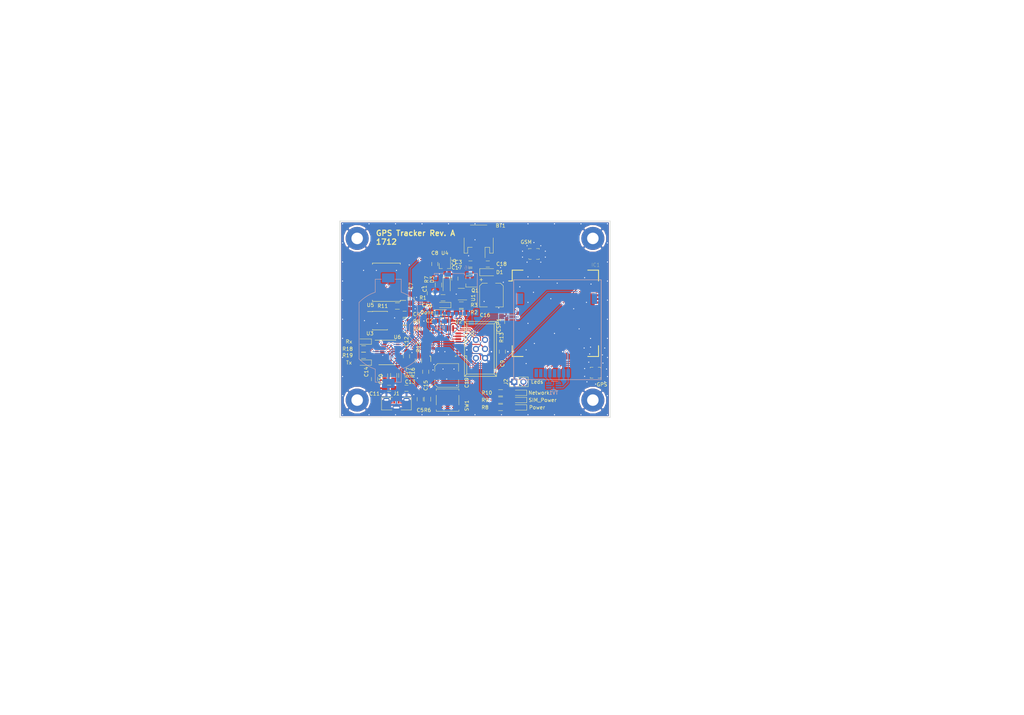
<source format=kicad_pcb>
(kicad_pcb (version 4) (host pcbnew 4.0.7)
  (layers (0 F.Cu signal) (31 B.Cu signal) (34 B.Paste user) (35 F.Paste user) (36 B.SilkS user) (37 F.SilkS user) (38 B.Mask user) (39 F.Mask user) (44 Edge.Cuts user))
  (net 0 "")
  (net 1 +BATT)
  (net 2 GND)
  (net 3 "Net-(BT2-Pad1)")
  (net 4 VBUS)
  (net 5 "Net-(C2-Pad1)")
  (net 6 +3V3)
  (net 7 /ARD_RST)
  (net 8 /DTR)
  (net 9 "Net-(C6-Pad1)")
  (net 10 /RTC_PWR)
  (net 11 "Net-(C9-Pad1)")
  (net 12 "Net-(C11-Pad1)")
  (net 13 "Net-(C12-Pad1)")
  (net 14 "Net-(C13-Pad1)")
  (net 15 +2V8)
  (net 16 /SIM808_P)
  (net 17 "Net-(IC1-Pad9)")
  (net 18 /SIM808_RI)
  (net 19 "Net-(IC1-Pad11)")
  (net 20 "Net-(IC1-Pad12)")
  (net 21 "Net-(IC1-Pad13)")
  (net 22 /ARD_HRX)
  (net 23 /ARD_HTX)
  (net 24 "Net-(IC1-Pad19)")
  (net 25 "Net-(IC1-Pad20)")
  (net 26 "Net-(IC1-Pad21)")
  (net 27 "Net-(IC1-Pad22)")
  (net 28 "Net-(IC1-Pad23)")
  (net 29 "Net-(IC1-Pad24)")
  (net 30 "Net-(IC1-Pad25)")
  (net 31 "Net-(IC1-Pad26)")
  (net 32 "Net-(IC1-Pad27)")
  (net 33 +1V8)
  (net 34 /SIMDATA)
  (net 35 /SIMCLK)
  (net 36 /SIMRST)
  (net 37 "Net-(IC1-Pad33)")
  (net 38 "Net-(IC1-Pad37)")
  (net 39 "Net-(IC1-Pad38)")
  (net 40 "Net-(IC1-Pad39)")
  (net 41 "Net-(IC1-Pad41)")
  (net 42 "Net-(IC1-Pad42)")
  (net 43 "Net-(IC1-Pad43)")
  (net 44 "Net-(IC1-Pad44)")
  (net 45 "Net-(IC1-Pad45)")
  (net 46 "Net-(IC1-Pad46)")
  (net 47 "Net-(IC1-Pad47)")
  (net 48 "Net-(IC1-Pad48)")
  (net 49 /SIM808_S)
  (net 50 /NETWORK_LED)
  (net 51 "Net-(IC1-Pad53)")
  (net 52 "Net-(IC1-Pad55)")
  (net 53 "Net-(IC1-Pad56)")
  (net 54 "Net-(IC1-Pad57)")
  (net 55 "Net-(IC1-Pad58)")
  (net 56 "Net-(IC1-Pad59)")
  (net 57 "Net-(IC1-Pad60)")
  (net 58 "Net-(IC1-Pad61)")
  (net 59 "Net-(IC1-Pad62)")
  (net 60 "Net-(IC1-Pad63)")
  (net 61 /ARD_MISO)
  (net 62 /ARD_SCK)
  (net 63 /ARD_MOSI)
  (net 64 "Net-(J1-Pad4)")
  (net 65 "Net-(J2-Pad2)")
  (net 66 "Net-(J3-Pad6)")
  (net 67 "Net-(J6-Pad8)")
  (net 68 /ARD_IO10)
  (net 69 "Net-(J6-Pad1)")
  (net 70 "Net-(R1-Pad1)")
  (net 71 "Net-(R2-Pad2)")
  (net 72 /SDA)
  (net 73 /SCL)
  (net 74 /WAKE_UP)
  (net 75 "Net-(R16-Pad1)")
  (net 76 "Net-(R17-Pad2)")
  (net 77 "Net-(R18-Pad1)")
  (net 78 "Net-(R19-Pad1)")
  (net 79 "Net-(U2-Pad7)")
  (net 80 "Net-(U2-Pad8)")
  (net 81 "Net-(U2-Pad11)")
  (net 82 "Net-(U2-Pad19)")
  (net 83 "Net-(U2-Pad22)")
  (net 84 "Net-(U2-Pad24)")
  (net 85 "Net-(U2-Pad25)")
  (net 86 "Net-(U2-Pad26)")
  (net 87 /ARD_RX)
  (net 88 /ARD_TX)
  (net 89 "Net-(U3-Pad7)")
  (net 90 "Net-(U5-Pad1)")
  (net 91 "Net-(U5-Pad4)")
  (net 92 "Net-(U6-Pad2)")
  (net 93 +3V3_FDTI)
  (net 94 "Net-(U6-Pad5)")
  (net 95 "Net-(U6-Pad7)")
  (net 96 "Net-(U6-Pad8)")
  (net 97 "Net-(U6-Pad18)")
  (net 98 "Net-(U6-Pad19)")
  (net 99 "Net-(LED1-Pad1)")
  (net 100 "Net-(LED2-Pad2)")
  (net 101 "Net-(LED3-Pad2)")
  (net 102 "Net-(LED4-Pad2)")
  (net 103 "Net-(LED5-Pad2)")
  (net 104 "Net-(LED6-Pad2)")
  (net 105 "Net-(LED7-Pad2)")
  (net 106 "Net-(U2-Pad2)")
  (net 107 "Net-(TV1-Pad4)")
  (net 108 +3.3VP)
  (net 109 /GPS)
  (net 110 /GSM)
  (module custom-conn:Via-0.6mm (layer F.Cu) (at 133.223 88.9)
    (fp_text reference VIA** hide)
    (fp_text value Via-0.6mm hide)
    (pad 1 thru_hole circle (at 0 0) (size 0.6 0.6) (drill 0.3) (layers *.Cu) (net 2 GND))
  )
  (module custom-conn:Via-0.6mm (layer F.Cu) (at 121.793 92.964)
    (fp_text reference VIA** hide)
    (fp_text value Via-0.6mm hide)
    (pad 1 thru_hole circle (at 0 0) (size 0.6 0.6) (drill 0.3) (layers *.Cu) (net 2 GND))
  )
  (module custom-conn:Via-0.6mm (layer F.Cu) (at 124.206 96.393)
    (fp_text reference VIA** hide)
    (fp_text value Via-0.6mm hide)
    (pad 1 thru_hole circle (at 0 0) (size 0.6 0.6) (drill 0.3) (layers *.Cu) (net 2 GND))
  )
  (module custom-conn:Via-0.6mm (layer F.Cu) (at 123.698 87.122)
    (fp_text reference VIA** hide)
    (fp_text value Via-0.6mm hide)
    (pad 1 thru_hole circle (at 0 0) (size 0.6 0.6) (drill 0.3) (layers *.Cu) (net 2 GND))
  )
  (module custom-conn:Via-0.6mm (layer F.Cu) (at 122.174 89.789)
    (fp_text reference VIA** hide)
    (fp_text value Via-0.6mm hide)
    (pad 1 thru_hole circle (at 0 0) (size 0.6 0.6) (drill 0.3) (layers *.Cu) (net 2 GND))
  )
  (module custom-conn:Via-0.6mm (layer F.Cu) (at 126.365 95.25)
    (fp_text reference VIA** hide)
    (fp_text value Via-0.6mm hide)
    (pad 1 thru_hole circle (at 0 0) (size 0.6 0.6) (drill 0.3) (layers *.Cu) (net 2 GND))
  )
  (module custom-conn:Via-0.6mm (layer F.Cu) (at 116.078 95.504)
    (fp_text reference VIA** hide)
    (fp_text value Via-0.6mm hide)
    (pad 1 thru_hole circle (at 0 0) (size 0.6 0.6) (drill 0.3) (layers *.Cu) (net 2 GND))
  )
  (module custom-conn:Via-0.6mm (layer F.Cu) (at 126.746 109.982)
    (fp_text reference VIA** hide)
    (fp_text value Via-0.6mm hide)
    (pad 1 thru_hole circle (at 0 0) (size 0.6 0.6) (drill 0.3) (layers *.Cu) (net 2 GND))
  )
  (module custom-conn:Via-0.6mm (layer F.Cu) (at 154.94 102.616)
    (fp_text reference VIA** hide)
    (fp_text value Via-0.6mm hide)
    (pad 1 thru_hole circle (at 0 0) (size 0.6 0.6) (drill 0.3) (layers *.Cu) (net 2 GND))
  )
  (module custom-conn:Via-0.6mm (layer F.Cu) (at 169.418 91.186)
    (fp_text reference VIA** hide)
    (fp_text value Via-0.6mm hide)
    (pad 1 thru_hole circle (at 0 0) (size 0.6 0.6) (drill 0.3) (layers *.Cu) (net 2 GND))
  )
  (module custom-conn:Via-0.6mm (layer F.Cu) (at 153.162 91.186)
    (fp_text reference VIA** hide)
    (fp_text value Via-0.6mm hide)
    (pad 1 thru_hole circle (at 0 0) (size 0.6 0.6) (drill 0.3) (layers *.Cu) (net 2 GND))
  )
  (module custom-conn:Via-0.6mm (layer F.Cu) (at 154.686 88.392)
    (fp_text reference VIA** hide)
    (fp_text value Via-0.6mm hide)
    (pad 1 thru_hole circle (at 0 0) (size 0.6 0.6) (drill 0.3) (layers *.Cu) (net 2 GND))
  )
  (module custom-conn:Via-0.6mm (layer F.Cu) (at 161.29 85.852)
    (fp_text reference VIA** hide)
    (fp_text value Via-0.6mm hide)
    (pad 1 thru_hole circle (at 0 0) (size 0.6 0.6) (drill 0.3) (layers *.Cu) (net 2 GND))
  )
  (module custom-conn:Via-0.6mm (layer F.Cu) (at 167.386 98.552)
    (fp_text reference VIA** hide)
    (fp_text value Via-0.6mm hide)
    (pad 1 thru_hole circle (at 0 0) (size 0.6 0.6) (drill 0.3) (layers *.Cu) (net 2 GND))
  )
  (module custom-conn:Via-0.6mm (layer F.Cu) (at 159.512 90.17)
    (fp_text reference VIA** hide)
    (fp_text value Via-0.6mm hide)
    (pad 1 thru_hole circle (at 0 0) (size 0.6 0.6) (drill 0.3) (layers *.Cu) (net 2 GND))
  )
  (module custom-conn:Via-0.6mm (layer F.Cu) (at 153.162 97.028)
    (fp_text reference VIA** hide)
    (fp_text value Via-0.6mm hide)
    (pad 1 thru_hole circle (at 0 0) (size 0.6 0.6) (drill 0.3) (layers *.Cu) (net 2 GND))
  )
  (module custom-conn:Via-0.6mm (layer F.Cu) (at 165.862 92.964)
    (fp_text reference VIA** hide)
    (fp_text value Via-0.6mm hide)
    (pad 1 thru_hole circle (at 0 0) (size 0.6 0.6) (drill 0.3) (layers *.Cu) (net 2 GND))
  )
  (module custom-conn:Via-0.6mm (layer F.Cu) (at 160.528 99.822)
    (fp_text reference VIA** hide)
    (fp_text value Via-0.6mm hide)
    (pad 1 thru_hole circle (at 0 0) (size 0.6 0.6) (drill 0.3) (layers *.Cu) (net 2 GND))
  )
  (module custom-conn:Via-0.6mm (layer F.Cu) (at 157.988 78.613)
    (fp_text reference VIA** hide)
    (fp_text value Via-0.6mm hide)
    (pad 1 thru_hole circle (at 0 0) (size 0.6 0.6) (drill 0.3) (layers *.Cu) (net 2 GND))
  )
  (module custom-conn:Via-0.6mm (layer F.Cu) (at 151.638 78.613)
    (fp_text reference VIA** hide)
    (fp_text value Via-0.6mm hide)
    (pad 1 thru_hole circle (at 0 0) (size 0.6 0.6) (drill 0.3) (layers *.Cu) (net 2 GND))
  )
  (module Connectors_Molex:Molex_Microcoaxial_RF (layer F.Cu) (at 171.958 110.744 180)
    (fp_text reference J4 hide)
    (fp_text value CONN_COAXIAL hide)
    (pad 2 smd rect (at -1.475 0 180) (size 1.05 2.2) (layers F.Cu F.Paste F.Mask) (net 2 GND))
    (pad 2 smd rect (at 1.475 0 180) (size 1.05 2.2) (layers F.Cu F.Paste F.Mask) (net 2 GND))
    (pad 2 smd rect (at 0 -1.5 180) (size 1 1) (layers F.Cu F.Paste F.Mask) (net 2 GND))
    (pad 1 smd rect (at 0 1.5 180) (size 1 1) (layers F.Cu F.Paste F.Mask) (net 109 /GPS))
  )
  (module custom-conn:Via-0.6mm (layer F.Cu) (at 175.006 109.728)
    (fp_text reference VIA** hide)
    (fp_text value Via-0.6mm hide)
    (pad 1 thru_hole circle (at 0 0) (size 0.6 0.6) (drill 0.3) (layers *.Cu) (net 2 GND))
  )
  (module custom-conn:Via-0.6mm (layer F.Cu) (at 173.863 105.791)
    (fp_text reference VIA** hide)
    (fp_text value Via-0.6mm hide)
    (pad 1 thru_hole circle (at 0 0) (size 0.6 0.6) (drill 0.3) (layers *.Cu) (net 2 GND))
  )
  (module custom-conn:Via-0.6mm (layer F.Cu) (at 170.307 105.537)
    (fp_text reference VIA** hide)
    (fp_text value Via-0.6mm hide)
    (pad 1 thru_hole circle (at 0 0) (size 0.6 0.6) (drill 0.3) (layers *.Cu) (net 2 GND))
  )
  (module custom-conn:Via-0.6mm (layer F.Cu) (at 168.91 109.601)
    (fp_text reference VIA** hide)
    (fp_text value Via-0.6mm hide)
    (pad 1 thru_hole circle (at 0 0) (size 0.6 0.6) (drill 0.3) (layers *.Cu) (net 2 GND))
  )
  (module custom-conn:Via-0.6mm (layer F.Cu) (at 170.561 103.632)
    (fp_text reference VIA** hide)
    (fp_text value Via-0.6mm hide)
    (pad 1 thru_hole circle (at 0 0) (size 0.6 0.6) (drill 0.3) (layers *.Cu) (net 2 GND))
  )
  (module custom-conn:Via-0.6mm (layer F.Cu) (at 174.498 103.886)
    (fp_text reference VIA** hide)
    (fp_text value Via-0.6mm hide)
    (pad 1 thru_hole circle (at 0 0) (size 0.6 0.6) (drill 0.3) (layers *.Cu) (net 2 GND))
  )
  (module custom-conn:Via-0.6mm (layer F.Cu) (at 173.99 108.077)
    (fp_text reference VIA** hide)
    (fp_text value Via-0.6mm hide)
    (pad 1 thru_hole circle (at 0 0) (size 0.6 0.6) (drill 0.3) (layers *.Cu) (net 2 GND))
  )
  (module custom-conn:Via-0.6mm (layer F.Cu) (at 174.498 113.284)
    (fp_text reference VIA** hide)
    (fp_text value Via-0.6mm hide)
    (pad 1 thru_hole circle (at 0 0) (size 0.6 0.6) (drill 0.3) (layers *.Cu) (net 2 GND))
  )
  (module custom-conn:Via-0.6mm (layer F.Cu) (at 169.545 113.284)
    (fp_text reference VIA** hide)
    (fp_text value Via-0.6mm hide)
    (pad 1 thru_hole circle (at 0 0) (size 0.6 0.6) (drill 0.3) (layers *.Cu) (net 2 GND))
  )
  (module custom-conn:Via-0.6mm (layer F.Cu) (at 168.783 103.886)
    (fp_text reference VIA** hide)
    (fp_text value Via-0.6mm hide)
    (pad 1 thru_hole circle (at 0 0) (size 0.6 0.6) (drill 0.3) (layers *.Cu) (net 2 GND))
  )
  (module custom-conn:Via-0.6mm (layer F.Cu) (at 154.813 74.549)
    (fp_text reference VIA** hide)
    (fp_text value Via-0.6mm hide)
    (pad 1 thru_hole circle (at 0 0) (size 0.6 0.6) (drill 0.3) (layers *.Cu) (net 2 GND))
  )
  (module custom-conn:Via-0.6mm (layer F.Cu) (at 152.908 75.438)
    (fp_text reference VIA** hide)
    (fp_text value Via-0.6mm hide)
    (pad 1 thru_hole circle (at 0 0) (size 0.6 0.6) (drill 0.3) (layers *.Cu) (net 2 GND))
  )
  (module SIM808:QFN100P2400X2400X260-68N (layer F.Cu) (at 160.782 94.234)
    (fp_text reference IC1 (at 11.176 -13.462) (layer F.SilkS) (effects (font (size 1.00176 1.00176) (thickness 0.05))))
    (fp_text value SIM808 hide)
    (pad 1 smd rect (at -12 -8) (size 1.6 0.6) (layers F.Cu F.Paste F.Mask) (net 2 GND))
    (pad 2 smd rect (at -12 -7) (size 1.6 0.6) (layers F.Cu F.Paste F.Mask) (net 2 GND))
    (pad 3 smd rect (at -12 -6) (size 1.6 0.6) (layers F.Cu F.Paste F.Mask) (net 2 GND))
    (pad 4 smd rect (at -12 -5) (size 1.6 0.6) (layers F.Cu F.Paste F.Mask) (net 1 +BATT))
    (pad 5 smd rect (at -12 -4) (size 1.6 0.6) (layers F.Cu F.Paste F.Mask) (net 1 +BATT))
    (pad 6 smd rect (at -12 -3) (size 1.6 0.6) (layers F.Cu F.Paste F.Mask) (net 1 +BATT))
    (pad 7 smd rect (at -12 -2) (size 1.6 0.6) (layers F.Cu F.Paste F.Mask) (net 15 +2V8))
    (pad 8 smd rect (at -12 -1) (size 1.6 0.6) (layers F.Cu F.Paste F.Mask) (net 16 /SIM808_P))
    (pad 9 smd rect (at -12 0) (size 1.6 0.6) (layers F.Cu F.Paste F.Mask) (net 17 "Net-(IC1-Pad9)"))
    (pad 10 smd rect (at -12 1) (size 1.6 0.6) (layers F.Cu F.Paste F.Mask) (net 18 /SIM808_RI))
    (pad 11 smd rect (at -12 2) (size 1.6 0.6) (layers F.Cu F.Paste F.Mask) (net 19 "Net-(IC1-Pad11)"))
    (pad 12 smd rect (at -12 3) (size 1.6 0.6) (layers F.Cu F.Paste F.Mask) (net 20 "Net-(IC1-Pad12)"))
    (pad 13 smd rect (at -12 4) (size 1.6 0.6) (layers F.Cu F.Paste F.Mask) (net 21 "Net-(IC1-Pad13)"))
    (pad 14 smd rect (at -12 5) (size 1.6 0.6) (layers F.Cu F.Paste F.Mask) (net 22 /ARD_HRX))
    (pad 15 smd rect (at -12 6) (size 1.6 0.6) (layers F.Cu F.Paste F.Mask) (net 23 /ARD_HTX))
    (pad 16 smd rect (at -12 7) (size 1.6 0.6) (layers F.Cu F.Paste F.Mask) (net 7 /ARD_RST))
    (pad 17 smd rect (at -12 8) (size 1.6 0.6) (layers F.Cu F.Paste F.Mask) (net 11 "Net-(C9-Pad1)"))
    (pad 18 smd rect (at -8 12 90) (size 1.6 0.6) (layers F.Cu F.Paste F.Mask) (net 2 GND))
    (pad 19 smd rect (at -7 12 90) (size 1.6 0.6) (layers F.Cu F.Paste F.Mask) (net 24 "Net-(IC1-Pad19)"))
    (pad 20 smd rect (at -6 12 90) (size 1.6 0.6) (layers F.Cu F.Paste F.Mask) (net 25 "Net-(IC1-Pad20)"))
    (pad 21 smd rect (at -5 12 90) (size 1.6 0.6) (layers F.Cu F.Paste F.Mask) (net 26 "Net-(IC1-Pad21)"))
    (pad 22 smd rect (at -4 12 90) (size 1.6 0.6) (layers F.Cu F.Paste F.Mask) (net 27 "Net-(IC1-Pad22)"))
    (pad 23 smd rect (at -3 12 90) (size 1.6 0.6) (layers F.Cu F.Paste F.Mask) (net 28 "Net-(IC1-Pad23)"))
    (pad 24 smd rect (at -2 12 90) (size 1.6 0.6) (layers F.Cu F.Paste F.Mask) (net 29 "Net-(IC1-Pad24)"))
    (pad 25 smd rect (at -1 12 90) (size 1.6 0.6) (layers F.Cu F.Paste F.Mask) (net 30 "Net-(IC1-Pad25)"))
    (pad 26 smd rect (at 0 12 90) (size 1.6 0.6) (layers F.Cu F.Paste F.Mask) (net 31 "Net-(IC1-Pad26)"))
    (pad 27 smd rect (at 1 12 90) (size 1.6 0.6) (layers F.Cu F.Paste F.Mask) (net 32 "Net-(IC1-Pad27)"))
    (pad 28 smd rect (at 2 12 90) (size 1.6 0.6) (layers F.Cu F.Paste F.Mask) (net 2 GND))
    (pad 29 smd rect (at 3 12 90) (size 1.6 0.6) (layers F.Cu F.Paste F.Mask) (net 33 +1V8))
    (pad 30 smd rect (at 4 12 90) (size 1.6 0.6) (layers F.Cu F.Paste F.Mask) (net 34 /SIMDATA))
    (pad 31 smd rect (at 5 12 90) (size 1.6 0.6) (layers F.Cu F.Paste F.Mask) (net 35 /SIMCLK))
    (pad 32 smd rect (at 6 12 90) (size 1.6 0.6) (layers F.Cu F.Paste F.Mask) (net 36 /SIMRST))
    (pad 33 smd rect (at 7 12 90) (size 1.6 0.6) (layers F.Cu F.Paste F.Mask) (net 37 "Net-(IC1-Pad33)"))
    (pad 34 smd rect (at 8 12 90) (size 1.6 0.6) (layers F.Cu F.Paste F.Mask) (net 2 GND))
    (pad 35 smd rect (at 12 8 180) (size 1.6 0.6) (layers F.Cu F.Paste F.Mask) (net 109 /GPS))
    (pad 36 smd rect (at 12 7 180) (size 1.6 0.6) (layers F.Cu F.Paste F.Mask) (net 2 GND))
    (pad 37 smd rect (at 12 6 180) (size 1.6 0.6) (layers F.Cu F.Paste F.Mask) (net 38 "Net-(IC1-Pad37)"))
    (pad 38 smd rect (at 12 5 180) (size 1.6 0.6) (layers F.Cu F.Paste F.Mask) (net 39 "Net-(IC1-Pad38)"))
    (pad 39 smd rect (at 12 4 180) (size 1.6 0.6) (layers F.Cu F.Paste F.Mask) (net 40 "Net-(IC1-Pad39)"))
    (pad 40 smd rect (at 12 3 180) (size 1.6 0.6) (layers F.Cu F.Paste F.Mask) (net 2 GND))
    (pad 41 smd rect (at 12 2 180) (size 1.6 0.6) (layers F.Cu F.Paste F.Mask) (net 41 "Net-(IC1-Pad41)"))
    (pad 42 smd rect (at 12 1 180) (size 1.6 0.6) (layers F.Cu F.Paste F.Mask) (net 42 "Net-(IC1-Pad42)"))
    (pad 43 smd rect (at 12 0 180) (size 1.6 0.6) (layers F.Cu F.Paste F.Mask) (net 43 "Net-(IC1-Pad43)"))
    (pad 44 smd rect (at 12 -1 180) (size 1.6 0.6) (layers F.Cu F.Paste F.Mask) (net 44 "Net-(IC1-Pad44)"))
    (pad 45 smd rect (at 12 -2 180) (size 1.6 0.6) (layers F.Cu F.Paste F.Mask) (net 45 "Net-(IC1-Pad45)"))
    (pad 46 smd rect (at 12 -3 180) (size 1.6 0.6) (layers F.Cu F.Paste F.Mask) (net 46 "Net-(IC1-Pad46)"))
    (pad 47 smd rect (at 12 -4 180) (size 1.6 0.6) (layers F.Cu F.Paste F.Mask) (net 47 "Net-(IC1-Pad47)"))
    (pad 48 smd rect (at 12 -5 180) (size 1.6 0.6) (layers F.Cu F.Paste F.Mask) (net 48 "Net-(IC1-Pad48)"))
    (pad 49 smd rect (at 12 -6 180) (size 1.6 0.6) (layers F.Cu F.Paste F.Mask) (net 49 /SIM808_S))
    (pad 50 smd rect (at 12 -7 180) (size 1.6 0.6) (layers F.Cu F.Paste F.Mask) (net 50 /NETWORK_LED))
    (pad 51 smd rect (at 12 -8 180) (size 1.6 0.6) (layers F.Cu F.Paste F.Mask) (net 2 GND))
    (pad 52 smd rect (at 8 -12 270) (size 1.6 0.6) (layers F.Cu F.Paste F.Mask) (net 2 GND))
    (pad 53 smd rect (at 7 -12 270) (size 1.6 0.6) (layers F.Cu F.Paste F.Mask) (net 51 "Net-(IC1-Pad53)"))
    (pad 54 smd rect (at 6 -12 270) (size 1.6 0.6) (layers F.Cu F.Paste F.Mask) (net 2 GND))
    (pad 55 smd rect (at 5 -12 270) (size 1.6 0.6) (layers F.Cu F.Paste F.Mask) (net 52 "Net-(IC1-Pad55)"))
    (pad 56 smd rect (at 4 -12 270) (size 1.6 0.6) (layers F.Cu F.Paste F.Mask) (net 53 "Net-(IC1-Pad56)"))
    (pad 57 smd rect (at 3 -12 270) (size 1.6 0.6) (layers F.Cu F.Paste F.Mask) (net 54 "Net-(IC1-Pad57)"))
    (pad 58 smd rect (at 2 -12 270) (size 1.6 0.6) (layers F.Cu F.Paste F.Mask) (net 55 "Net-(IC1-Pad58)"))
    (pad 59 smd rect (at 1 -12 270) (size 1.6 0.6) (layers F.Cu F.Paste F.Mask) (net 56 "Net-(IC1-Pad59)"))
    (pad 60 smd rect (at 0 -12 270) (size 1.6 0.6) (layers F.Cu F.Paste F.Mask) (net 57 "Net-(IC1-Pad60)"))
    (pad 61 smd rect (at -1 -12 270) (size 1.6 0.6) (layers F.Cu F.Paste F.Mask) (net 58 "Net-(IC1-Pad61)"))
    (pad 62 smd rect (at -2 -12 270) (size 1.6 0.6) (layers F.Cu F.Paste F.Mask) (net 59 "Net-(IC1-Pad62)"))
    (pad 63 smd rect (at -3 -12 270) (size 1.6 0.6) (layers F.Cu F.Paste F.Mask) (net 60 "Net-(IC1-Pad63)"))
    (pad 64 smd rect (at -4 -12 270) (size 1.6 0.6) (layers F.Cu F.Paste F.Mask) (net 2 GND))
    (pad 65 smd rect (at -5 -12 270) (size 1.6 0.6) (layers F.Cu F.Paste F.Mask) (net 2 GND))
    (pad 66 smd rect (at -6 -12 270) (size 1.6 0.6) (layers F.Cu F.Paste F.Mask) (net 110 /GSM))
    (pad 67 smd rect (at -7 -12 270) (size 1.6 0.6) (layers F.Cu F.Paste F.Mask) (net 2 GND))
    (pad 68 smd rect (at -8 -12 270) (size 1.6 0.6) (layers F.Cu F.Paste F.Mask) (net 2 GND))
  )
  (module custom-conn:Via-0.6mm (layer F.Cu) (at 133.35 114.3)
    (fp_text reference VIA** hide)
    (fp_text value Via-0.6mm hide)
    (pad 1 thru_hole circle (at 0 0) (size 0.6 0.6) (drill 0.3) (layers *.Cu) (net 2 GND))
  )
  (module custom-conn:Via-0.6mm (layer F.Cu) (at 138.43 73.787)
    (fp_text reference VIA** hide)
    (fp_text value Via-0.6mm hide)
    (pad 1 thru_hole circle (at 0 0) (size 0.6 0.6) (drill 0.3) (layers *.Cu) (net 2 GND))
  )
  (module custom-conn:Via-0.6mm (layer F.Cu) (at 136.652 78.232)
    (fp_text reference VIA** hide)
    (fp_text value Via-0.6mm hide)
    (pad 1 thru_hole circle (at 0 0) (size 0.6 0.6) (drill 0.3) (layers *.Cu) (net 2 GND))
  )
  (module custom-conn:Via-0.6mm (layer F.Cu) (at 130.048 104.902)
    (fp_text reference VIA** hide)
    (fp_text value Via-0.6mm hide)
    (pad 1 thru_hole circle (at 0 0) (size 0.6 0.6) (drill 0.3) (layers *.Cu) (net 2 GND))
  )
  (module custom-conn:Via-0.6mm (layer F.Cu) (at 128.27 104.902)
    (fp_text reference VIA** hide)
    (fp_text value Via-0.6mm hide)
    (pad 1 thru_hole circle (at 0 0) (size 0.6 0.6) (drill 0.3) (layers *.Cu) (net 2 GND))
  )
  (module custom-conn:Via-0.6mm (layer F.Cu) (at 107.442 82.296)
    (fp_text reference VIA** hide)
    (fp_text value Via-0.6mm hide)
    (pad 1 thru_hole circle (at 0 0) (size 0.6 0.6) (drill 0.3) (layers *.Cu) (net 2 GND))
  )
  (module custom-conn:Via-0.6mm (layer F.Cu) (at 120.142 80.772)
    (fp_text reference VIA** hide)
    (fp_text value Via-0.6mm hide)
    (pad 1 thru_hole circle (at 0 0) (size 0.6 0.6) (drill 0.3) (layers *.Cu) (net 2 GND))
  )
  (module custom-conn:Via-0.6mm (layer F.Cu) (at 111.252 97.028)
    (fp_text reference VIA** hide)
    (fp_text value Via-0.6mm hide)
    (pad 1 thru_hole circle (at 0 0) (size 0.6 0.6) (drill 0.3) (layers *.Cu) (net 2 GND))
  )
  (module custom-conn:Via-0.6mm (layer F.Cu) (at 128.778 100.076)
    (fp_text reference VIA** hide)
    (fp_text value Via-0.6mm hide)
    (pad 1 thru_hole circle (at 0 0) (size 0.6 0.6) (drill 0.3) (layers *.Cu) (net 2 GND))
  )
  (module custom-conn:Via-0.6mm (layer F.Cu) (at 127 108.458)
    (fp_text reference VIA** hide)
    (fp_text value Via-0.6mm hide)
    (pad 1 thru_hole circle (at 0 0) (size 0.6 0.6) (drill 0.3) (layers *.Cu) (net 2 GND))
  )
  (module custom-conn:Via-0.6mm (layer F.Cu) (at 129.54 109.728)
    (fp_text reference VIA** hide)
    (fp_text value Via-0.6mm hide)
    (pad 1 thru_hole circle (at 0 0) (size 0.6 0.6) (drill 0.3) (layers *.Cu) (net 2 GND))
  )
  (module custom-conn:Via-0.6mm (layer F.Cu) (at 128.524 83.312)
    (fp_text reference VIA** hide)
    (fp_text value Via-0.6mm hide)
    (pad 1 thru_hole circle (at 0 0) (size 0.6 0.6) (drill 0.3) (layers *.Cu) (net 2 GND))
  )
  (module custom-conn:Via-0.6mm (layer F.Cu) (at 116.586 82.296)
    (fp_text reference VIA** hide)
    (fp_text value Via-0.6mm hide)
    (pad 1 thru_hole circle (at 0 0) (size 0.6 0.6) (drill 0.3) (layers *.Cu) (net 2 GND))
  )
  (module custom-conn:Via-0.6mm (layer F.Cu) (at 110.998 82.296)
    (fp_text reference VIA** hide)
    (fp_text value Via-0.6mm hide)
    (pad 1 thru_hole circle (at 0 0) (size 0.6 0.6) (drill 0.3) (layers *.Cu) (net 2 GND))
  )
  (module custom-conn:Via-0.6mm (layer F.Cu) (at 107.696 96.266)
    (fp_text reference VIA** hide)
    (fp_text value Via-0.6mm hide)
    (pad 1 thru_hole circle (at 0 0) (size 0.6 0.6) (drill 0.3) (layers *.Cu) (net 2 GND))
  )
  (module custom-conn:Via-0.6mm (layer F.Cu) (at 120.904 105.156)
    (fp_text reference VIA** hide)
    (fp_text value Via-0.6mm hide)
    (pad 1 thru_hole circle (at 0 0) (size 0.6 0.6) (drill 0.3) (layers *.Cu) (net 2 GND))
  )
  (module custom-conn:Via-0.6mm (layer F.Cu) (at 112.776 105.918)
    (fp_text reference VIA** hide)
    (fp_text value Via-0.6mm hide)
    (pad 1 thru_hole circle (at 0 0) (size 0.6 0.6) (drill 0.3) (layers *.Cu) (net 2 GND))
  )
  (module custom-conn:Via-0.6mm (layer F.Cu) (at 150.876 86.868)
    (fp_text reference VIA** hide)
    (fp_text value Via-0.6mm hide)
    (pad 1 thru_hole circle (at 0 0) (size 0.6 0.6) (drill 0.3) (layers *.Cu) (net 2 GND))
  )
  (module custom-conn:Via-0.6mm (layer F.Cu) (at 146.304 85.598)
    (fp_text reference VIA** hide)
    (fp_text value Via-0.6mm hide)
    (pad 1 thru_hole circle (at 0 0) (size 0.6 0.6) (drill 0.3) (layers *.Cu) (net 2 GND))
  )
  (module custom-conn:Via-0.6mm (layer F.Cu) (at 152.654 104.394)
    (fp_text reference VIA** hide)
    (fp_text value Via-0.6mm hide)
    (pad 1 thru_hole circle (at 0 0) (size 0.6 0.6) (drill 0.3) (layers *.Cu) (net 2 GND))
  )
  (module custom-conn:Via-0.6mm (layer F.Cu) (at 152.654 108.204)
    (fp_text reference VIA** hide)
    (fp_text value Via-0.6mm hide)
    (pad 1 thru_hole circle (at 0 0) (size 0.6 0.6) (drill 0.3) (layers *.Cu) (net 2 GND))
  )
  (module custom-conn:Via-0.6mm (layer F.Cu) (at 153.162 84.074)
    (fp_text reference VIA** hide)
    (fp_text value Via-0.6mm hide)
    (pad 1 thru_hole circle (at 0 0) (size 0.6 0.6) (drill 0.3) (layers *.Cu) (net 2 GND))
  )
  (module custom-conn:Via-0.6mm (layer F.Cu) (at 156.21 84.074)
    (fp_text reference VIA** hide)
    (fp_text value Via-0.6mm hide)
    (pad 1 thru_hole circle (at 0 0) (size 0.6 0.6) (drill 0.3) (layers *.Cu) (net 2 GND))
  )
  (module custom-conn:Via-0.6mm (layer F.Cu) (at 168.91 84.328)
    (fp_text reference VIA** hide)
    (fp_text value Via-0.6mm hide)
    (pad 1 thru_hole circle (at 0 0) (size 0.6 0.6) (drill 0.3) (layers *.Cu) (net 2 GND))
  )
  (module custom-conn:Via-0.6mm (layer F.Cu) (at 170.688 86.106)
    (fp_text reference VIA** hide)
    (fp_text value Via-0.6mm hide)
    (pad 1 thru_hole circle (at 0 0) (size 0.6 0.6) (drill 0.3) (layers *.Cu) (net 2 GND))
  )
  (module custom-conn:Via-0.6mm (layer F.Cu) (at 170.561 101.219)
    (fp_text reference VIA** hide)
    (fp_text value Via-0.6mm hide)
    (pad 1 thru_hole circle (at 0 0) (size 0.6 0.6) (drill 0.3) (layers *.Cu) (net 2 GND))
  )
  (module custom-conn:Via-0.6mm (layer F.Cu) (at 170.053 107.823)
    (fp_text reference VIA** hide)
    (fp_text value Via-0.6mm hide)
    (pad 1 thru_hole circle (at 0 0) (size 0.6 0.6) (drill 0.3) (layers *.Cu) (net 2 GND))
  )
  (module custom-conn:Via-0.6mm (layer F.Cu) (at 171.958 113.919)
    (fp_text reference VIA** hide)
    (fp_text value Via-0.6mm hide)
    (pad 1 thru_hole circle (at 0 0) (size 0.6 0.6) (drill 0.3) (layers *.Cu) (net 2 GND))
  )
  (module custom-conn:Via-0.6mm (layer F.Cu) (at 152.908 80.01)
    (fp_text reference VIA** hide)
    (fp_text value Via-0.6mm hide)
    (pad 1 thru_hole circle (at 0 0) (size 0.6 0.6) (drill 0.3) (layers *.Cu) (net 2 GND))
  )
  (module custom-conn:Via-0.6mm (layer F.Cu) (at 156.718 80.01)
    (fp_text reference VIA** hide)
    (fp_text value Via-0.6mm hide)
    (pad 1 thru_hole circle (at 0 0) (size 0.6 0.6) (drill 0.3) (layers *.Cu) (net 2 GND))
  )
  (module custom-conn:Via-0.6mm (layer F.Cu) (at 156.718 75.438)
    (fp_text reference VIA** hide)
    (fp_text value Via-0.6mm hide)
    (pad 1 thru_hole circle (at 0 0) (size 0.6 0.6) (drill 0.3) (layers *.Cu) (net 2 GND))
  )
  (module custom-conn:Via-0.6mm (layer F.Cu) (at 157.988 76.962)
    (fp_text reference VIA** hide)
    (fp_text value Via-0.6mm hide)
    (pad 1 thru_hole circle (at 0 0) (size 0.6 0.6) (drill 0.3) (layers *.Cu) (net 2 GND))
  )
  (module custom-conn:Via-0.6mm (layer F.Cu) (at 151.638 76.962)
    (fp_text reference VIA** hide)
    (fp_text value Via-0.6mm hide)
    (pad 1 thru_hole circle (at 0 0) (size 0.6 0.6) (drill 0.3) (layers *.Cu) (net 2 GND))
  )
  (module custom-conn:Via-0.6mm (layer F.Cu) (at 168.91 111.76)
    (fp_text reference VIA** hide)
    (fp_text value Via-0.6mm hide)
    (pad 1 thru_hole circle (at 0 0) (size 0.6 0.6) (drill 0.3) (layers *.Cu) (net 2 GND))
  )
  (module custom-conn:Via-0.6mm (layer F.Cu) (at 175.26 117.1194)
    (fp_text reference VIA** hide)
    (fp_text value Via-0.6mm hide)
    (pad 1 thru_hole circle (at 0 0) (size 0.6 0.6) (drill 0.3) (layers *.Cu) (net 2 GND))
  )
  (module custom-conn:Via-0.6mm (layer F.Cu) (at 175.26 111.8108)
    (fp_text reference VIA** hide)
    (fp_text value Via-0.6mm hide)
    (pad 1 thru_hole circle (at 0 0) (size 0.6 0.6) (drill 0.3) (layers *.Cu) (net 2 GND))
  )
  (module custom-conn:Via-0.6mm (layer F.Cu) (at 175.26 106.5022)
    (fp_text reference VIA** hide)
    (fp_text value Via-0.6mm hide)
    (pad 1 thru_hole circle (at 0 0) (size 0.6 0.6) (drill 0.3) (layers *.Cu) (net 2 GND))
  )
  (module custom-conn:Via-0.6mm (layer F.Cu) (at 175.26 101.1936)
    (fp_text reference VIA** hide)
    (fp_text value Via-0.6mm hide)
    (pad 1 thru_hole circle (at 0 0) (size 0.6 0.6) (drill 0.3) (layers *.Cu) (net 2 GND))
  )
  (module custom-conn:Via-0.6mm (layer F.Cu) (at 175.26 95.885)
    (fp_text reference VIA** hide)
    (fp_text value Via-0.6mm hide)
    (pad 1 thru_hole circle (at 0 0) (size 0.6 0.6) (drill 0.3) (layers *.Cu) (net 2 GND))
  )
  (module custom-conn:Via-0.6mm (layer F.Cu) (at 175.26 90.5764)
    (fp_text reference VIA** hide)
    (fp_text value Via-0.6mm hide)
    (pad 1 thru_hole circle (at 0 0) (size 0.6 0.6) (drill 0.3) (layers *.Cu) (net 2 GND))
  )
  (module custom-conn:Via-0.6mm (layer F.Cu) (at 175.26 85.2678)
    (fp_text reference VIA** hide)
    (fp_text value Via-0.6mm hide)
    (pad 1 thru_hole circle (at 0 0) (size 0.6 0.6) (drill 0.3) (layers *.Cu) (net 2 GND))
  )
  (module custom-conn:Via-0.6mm (layer F.Cu) (at 175.26 79.9592)
    (fp_text reference VIA** hide)
    (fp_text value Via-0.6mm hide)
    (pad 1 thru_hole circle (at 0 0) (size 0.6 0.6) (drill 0.3) (layers *.Cu) (net 2 GND))
  )
  (module custom-conn:Via-0.6mm (layer F.Cu) (at 175.26 74.6506)
    (fp_text reference VIA** hide)
    (fp_text value Via-0.6mm hide)
    (pad 1 thru_hole circle (at 0 0) (size 0.6 0.6) (drill 0.3) (layers *.Cu) (net 2 GND))
  )
  (module custom-conn:Via-0.6mm (layer F.Cu) (at 175.26 69.342)
    (fp_text reference VIA** hide)
    (fp_text value Via-0.6mm hide)
    (pad 1 thru_hole circle (at 0 0) (size 0.6 0.6) (drill 0.3) (layers *.Cu) (net 2 GND))
  )
  (module custom-conn:Via-0.6mm (layer F.Cu) (at 167.894 69.342)
    (fp_text reference VIA** hide)
    (fp_text value Via-0.6mm hide)
    (pad 1 thru_hole circle (at 0 0) (size 0.6 0.6) (drill 0.3) (layers *.Cu) (net 2 GND))
  )
  (module custom-conn:Via-0.6mm (layer F.Cu) (at 160.528 69.342)
    (fp_text reference VIA** hide)
    (fp_text value Via-0.6mm hide)
    (pad 1 thru_hole circle (at 0 0) (size 0.6 0.6) (drill 0.3) (layers *.Cu) (net 2 GND))
  )
  (module custom-conn:Via-0.6mm (layer F.Cu) (at 153.162 69.342)
    (fp_text reference VIA** hide)
    (fp_text value Via-0.6mm hide)
    (pad 1 thru_hole circle (at 0 0) (size 0.6 0.6) (drill 0.3) (layers *.Cu) (net 2 GND))
  )
  (module custom-conn:Via-0.6mm (layer F.Cu) (at 145.796 69.342)
    (fp_text reference VIA** hide)
    (fp_text value Via-0.6mm hide)
    (pad 1 thru_hole circle (at 0 0) (size 0.6 0.6) (drill 0.3) (layers *.Cu) (net 2 GND))
  )
  (module custom-conn:Via-0.6mm (layer F.Cu) (at 138.43 69.342)
    (fp_text reference VIA** hide)
    (fp_text value Via-0.6mm hide)
    (pad 1 thru_hole circle (at 0 0) (size 0.6 0.6) (drill 0.3) (layers *.Cu) (net 2 GND))
  )
  (module custom-conn:Via-0.6mm (layer F.Cu) (at 131.064 69.342)
    (fp_text reference VIA** hide)
    (fp_text value Via-0.6mm hide)
    (pad 1 thru_hole circle (at 0 0) (size 0.6 0.6) (drill 0.3) (layers *.Cu) (net 2 GND))
  )
  (module custom-conn:Via-0.6mm (layer F.Cu) (at 123.698 69.342)
    (fp_text reference VIA** hide)
    (fp_text value Via-0.6mm hide)
    (pad 1 thru_hole circle (at 0 0) (size 0.6 0.6) (drill 0.3) (layers *.Cu) (net 2 GND))
  )
  (module custom-conn:Via-0.6mm (layer F.Cu) (at 116.332 69.342)
    (fp_text reference VIA** hide)
    (fp_text value Via-0.6mm hide)
    (pad 1 thru_hole circle (at 0 0) (size 0.6 0.6) (drill 0.3) (layers *.Cu) (net 2 GND))
  )
  (module custom-conn:Via-0.6mm (layer F.Cu) (at 108.966 69.342)
    (fp_text reference VIA** hide)
    (fp_text value Via-0.6mm hide)
    (pad 1 thru_hole circle (at 0 0) (size 0.6 0.6) (drill 0.3) (layers *.Cu) (net 2 GND))
  )
  (module custom-conn:Via-0.6mm (layer F.Cu) (at 101.6 69.342)
    (fp_text reference VIA** hide)
    (fp_text value Via-0.6mm hide)
    (pad 1 thru_hole circle (at 0 0) (size 0.6 0.6) (drill 0.3) (layers *.Cu) (net 2 GND))
  )
  (module custom-conn:Via-0.6mm (layer F.Cu) (at 101.6 74.6506)
    (fp_text reference VIA** hide)
    (fp_text value Via-0.6mm hide)
    (pad 1 thru_hole circle (at 0 0) (size 0.6 0.6) (drill 0.3) (layers *.Cu) (net 2 GND))
  )
  (module custom-conn:Via-0.6mm (layer F.Cu) (at 101.6 79.9592)
    (fp_text reference VIA** hide)
    (fp_text value Via-0.6mm hide)
    (pad 1 thru_hole circle (at 0 0) (size 0.6 0.6) (drill 0.3) (layers *.Cu) (net 2 GND))
  )
  (module custom-conn:Via-0.6mm (layer F.Cu) (at 101.6 85.2678)
    (fp_text reference VIA** hide)
    (fp_text value Via-0.6mm hide)
    (pad 1 thru_hole circle (at 0 0) (size 0.6 0.6) (drill 0.3) (layers *.Cu) (net 2 GND))
  )
  (module custom-conn:Via-0.6mm (layer F.Cu) (at 101.6 90.5764)
    (fp_text reference VIA** hide)
    (fp_text value Via-0.6mm hide)
    (pad 1 thru_hole circle (at 0 0) (size 0.6 0.6) (drill 0.3) (layers *.Cu) (net 2 GND))
  )
  (module custom-conn:Via-0.6mm (layer F.Cu) (at 101.6 95.885)
    (fp_text reference VIA** hide)
    (fp_text value Via-0.6mm hide)
    (pad 1 thru_hole circle (at 0 0) (size 0.6 0.6) (drill 0.3) (layers *.Cu) (net 2 GND))
  )
  (module custom-conn:Via-0.6mm (layer F.Cu) (at 101.6 101.1936)
    (fp_text reference VIA** hide)
    (fp_text value Via-0.6mm hide)
    (pad 1 thru_hole circle (at 0 0) (size 0.6 0.6) (drill 0.3) (layers *.Cu) (net 2 GND))
  )
  (module custom-conn:Via-0.6mm (layer F.Cu) (at 101.6 106.5022)
    (fp_text reference VIA** hide)
    (fp_text value Via-0.6mm hide)
    (pad 1 thru_hole circle (at 0 0) (size 0.6 0.6) (drill 0.3) (layers *.Cu) (net 2 GND))
  )
  (module custom-conn:Via-0.6mm (layer F.Cu) (at 101.6 111.8108)
    (fp_text reference VIA** hide)
    (fp_text value Via-0.6mm hide)
    (pad 1 thru_hole circle (at 0 0) (size 0.6 0.6) (drill 0.3) (layers *.Cu) (net 2 GND))
  )
  (module custom-conn:Via-0.6mm (layer F.Cu) (at 101.6 117.1194)
    (fp_text reference VIA** hide)
    (fp_text value Via-0.6mm hide)
    (pad 1 thru_hole circle (at 0 0) (size 0.6 0.6) (drill 0.3) (layers *.Cu) (net 2 GND))
  )
  (module custom-conn:Via-0.6mm (layer F.Cu) (at 175.26 122.428)
    (fp_text reference VIA** hide)
    (fp_text value Via-0.6mm hide)
    (pad 1 thru_hole circle (at 0 0) (size 0.6 0.6) (drill 0.3) (layers *.Cu) (net 2 GND))
  )
  (module custom-conn:Via-0.6mm (layer F.Cu) (at 167.894 122.428)
    (fp_text reference VIA** hide)
    (fp_text value Via-0.6mm hide)
    (pad 1 thru_hole circle (at 0 0) (size 0.6 0.6) (drill 0.3) (layers *.Cu) (net 2 GND))
  )
  (module custom-conn:Via-0.6mm (layer F.Cu) (at 160.528 122.428)
    (fp_text reference VIA** hide)
    (fp_text value Via-0.6mm hide)
    (pad 1 thru_hole circle (at 0 0) (size 0.6 0.6) (drill 0.3) (layers *.Cu) (net 2 GND))
  )
  (module custom-conn:Via-0.6mm (layer F.Cu) (at 153.162 122.428)
    (fp_text reference VIA** hide)
    (fp_text value Via-0.6mm hide)
    (pad 1 thru_hole circle (at 0 0) (size 0.6 0.6) (drill 0.3) (layers *.Cu) (net 2 GND))
  )
  (module custom-conn:Via-0.6mm (layer F.Cu) (at 145.796 122.428)
    (fp_text reference VIA** hide)
    (fp_text value Via-0.6mm hide)
    (pad 1 thru_hole circle (at 0 0) (size 0.6 0.6) (drill 0.3) (layers *.Cu) (net 2 GND))
  )
  (module custom-conn:Via-0.6mm (layer F.Cu) (at 138.43 122.428)
    (fp_text reference VIA** hide)
    (fp_text value Via-0.6mm hide)
    (pad 1 thru_hole circle (at 0 0) (size 0.6 0.6) (drill 0.3) (layers *.Cu) (net 2 GND))
  )
  (module custom-conn:Via-0.6mm (layer F.Cu) (at 131.064 122.428)
    (fp_text reference VIA** hide)
    (fp_text value Via-0.6mm hide)
    (pad 1 thru_hole circle (at 0 0) (size 0.6 0.6) (drill 0.3) (layers *.Cu) (net 2 GND))
  )
  (module custom-conn:Via-0.6mm (layer F.Cu) (at 123.698 122.428)
    (fp_text reference VIA** hide)
    (fp_text value Via-0.6mm hide)
    (pad 1 thru_hole circle (at 0 0) (size 0.6 0.6) (drill 0.3) (layers *.Cu) (net 2 GND))
  )
  (module custom-conn:Via-0.6mm (layer F.Cu) (at 116.332 122.428)
    (fp_text reference VIA** hide)
    (fp_text value Via-0.6mm hide)
    (pad 1 thru_hole circle (at 0 0) (size 0.6 0.6) (drill 0.3) (layers *.Cu) (net 2 GND))
  )
  (module custom-conn:Via-0.6mm (layer F.Cu) (at 108.966 122.428)
    (fp_text reference VIA** hide)
    (fp_text value Via-0.6mm hide)
    (pad 1 thru_hole circle (at 0 0) (size 0.6 0.6) (drill 0.3) (layers *.Cu) (net 2 GND))
  )
  (module custom-conn:Via-0.6mm (layer F.Cu) (at 101.6 122.428)
    (fp_text reference VIA** hide)
    (fp_text value Via-0.6mm hide)
    (pad 1 thru_hole circle (at 0 0) (size 0.6 0.6) (drill 0.3) (layers *.Cu) (net 2 GND))
  )
  (module custom-conn:Via-0.6mm (layer F.Cu) (at 121.412 116.84)
    (fp_text reference VIA** hide)
    (fp_text value Via-0.6mm hide)
    (pad 1 thru_hole circle (at 0 0) (size 0.6 0.6) (drill 0.3) (layers *.Cu) (net 2 GND))
  )
  (module custom-conn:Via-0.6mm (layer F.Cu) (at 112.268 116.586)
    (fp_text reference VIA** hide)
    (fp_text value Via-0.6mm hide)
    (pad 1 thru_hole circle (at 0 0) (size 0.6 0.6) (drill 0.3) (layers *.Cu) (net 2 GND))
  )
  (module custom-conn:Via-0.6mm (layer F.Cu) (at 145.542 81.534)
    (fp_text reference VIA** hide)
    (fp_text value Via-0.6mm hide)
    (pad 1 thru_hole circle (at 0 0) (size 0.6 0.6) (drill 0.3) (layers *.Cu) (net 2 GND))
  )
  (module custom-conn:Via-0.6mm (layer F.Cu) (at 133.858 81.534)
    (fp_text reference VIA** hide)
    (fp_text value Via-0.6mm hide)
    (pad 1 thru_hole circle (at 0 0) (size 0.6 0.6) (drill 0.3) (layers *.Cu) (net 2 GND))
  )
  (module custom-conn:Via-0.6mm (layer F.Cu) (at 122.428 112.268)
    (fp_text reference VIA** hide)
    (fp_text value Via-0.6mm hide)
    (pad 1 thru_hole circle (at 0 0) (size 0.6 0.6) (drill 0.3) (layers *.Cu) (net 2 GND))
  )
  (module custom-conn:Via-0.6mm (layer F.Cu) (at 130.556 112.522)
    (fp_text reference VIA** hide)
    (fp_text value Via-0.6mm hide)
    (pad 1 thru_hole circle (at 0 0) (size 0.6 0.6) (drill 0.3) (layers *.Cu) (net 2 GND))
  )
  (module custom-conn:Via-0.6mm (layer F.Cu) (at 132.588 109.728)
    (fp_text reference VIA** hide)
    (fp_text value Via-0.6mm hide)
    (pad 1 thru_hole circle (at 0 0) (size 0.6 0.6) (drill 0.3) (layers *.Cu) (net 2 GND))
  )
  (module custom-conn:Via-0.6mm (layer F.Cu) (at 145.034 92.71)
    (fp_text reference VIA** hide)
    (fp_text value Via-0.6mm hide)
    (pad 1 thru_hole circle (at 0 0) (size 0.6 0.6) (drill 0.3) (layers *.Cu) (net 2 GND))
  )
  (module Mounting_Holes:MountingHole_3.2mm_M3_Pad (layer F.Cu) (at 171.196 118.364)
    (fp_text reference REF** hide)
    (fp_text value MountingHole_3.2mm_M3_Pad hide)
    (pad 1 thru_hole circle (at 0 0) (size 6.4 6.4) (drill 3.2) (layers *.Cu *.Mask) (net 2 GND))
  )
  (module Mounting_Holes:MountingHole_3.2mm_M3_Pad (layer F.Cu) (at 171.196 73.406)
    (fp_text reference REF** hide)
    (fp_text value MountingHole_3.2mm_M3_Pad hide)
    (pad 1 thru_hole circle (at 0 0) (size 6.4 6.4) (drill 3.2) (layers *.Cu *.Mask) (net 2 GND))
  )
  (module Mounting_Holes:MountingHole_3.2mm_M3_Pad (layer F.Cu) (at 105.664 118.364)
    (fp_text reference REF** hide)
    (fp_text value MountingHole_3.2mm_M3_Pad hide)
    (pad 1 thru_hole circle (at 0 0) (size 6.4 6.4) (drill 3.2) (layers *.Cu *.Mask) (net 2 GND))
  )
  (module 104031-0811:MOLEX_104031-0811 (layer B.Cu) (at 133.096 89.154 180)
    (fp_text reference J6 (at -3.18735 7.64968 180) (layer B.SilkS) (effects (font (size 1.0039 1.0039) (thickness 0.05)) (justify mirror)))
    (fp_text value Micro_SD_Card hide)
    (pad 8 smd rect (at -4.545 -5.2 180) (size 0.75 1.1) (layers B.Cu B.Paste B.Mask) (net 67 "Net-(J6-Pad8)"))
    (pad 7 smd rect (at -3.495 -5.2 180) (size 0.85 1.1) (layers B.Cu B.Paste B.Mask) (net 61 /ARD_MISO))
    (pad 6 smd rect (at -2.395 -5.2 180) (size 0.85 1.1) (layers B.Cu B.Paste B.Mask) (net 2 GND))
    (pad 5 smd rect (at -1.295 -5.2 180) (size 0.85 1.1) (layers B.Cu B.Paste B.Mask) (net 62 /ARD_SCK))
    (pad 4 smd rect (at -0.195 -5.2 180) (size 0.85 1.1) (layers B.Cu B.Paste B.Mask) (net 6 +3V3))
    (pad 3 smd rect (at 0.905 -5.2 180) (size 0.85 1.1) (layers B.Cu B.Paste B.Mask) (net 63 /ARD_MOSI))
    (pad 2 smd rect (at 2.005 -5.2 180) (size 0.875 1.1) (layers B.Cu B.Paste B.Mask) (net 68 /ARD_IO10))
    (pad 1 smd rect (at 3.105 -5.2 180) (size 0.85 1.1) (layers B.Cu B.Paste B.Mask) (net 69 "Net-(J6-Pad1)"))
    (pad 9 smd rect (at 5.74 0.95 180) (size 1.2 1) (layers B.Cu B.Paste B.Mask) (net 2 GND))
    (pad 10 smd rect (at 5.74 4.65 180) (size 1.2 1) (layers B.Cu B.Paste B.Mask))
    (pad G3 smd rect (at -3.73 5.625 180) (size 1.9 1.35) (layers B.Cu B.Paste B.Mask))
    (pad G4 smd rect (at 2.24 5.625 180) (size 1.9 1.35) (layers B.Cu B.Paste B.Mask))
    (pad G2 smd rect (at -5.755 -4.85 180) (size 1.17 1.8) (layers B.Cu B.Paste B.Mask))
    (pad G1 smd rect (at 5.565 -5.075 180) (size 1.55 1.35) (layers B.Cu B.Paste B.Mask))
  )
  (module Housings_SOIC:SOIC-16W_7.5x10.3mm_Pitch1.27mm (layer F.Cu) (at 113.792 85.598 180)
    (fp_text reference U5 (at 4.445 -6.35 360) (layer F.SilkS))
    (fp_text value DS3231SN hide)
    (pad 1 smd rect (at -4.65 -4.445 180) (size 1.5 0.6) (layers F.Cu F.Paste F.Mask) (net 90 "Net-(U5-Pad1)"))
    (pad 2 smd rect (at -4.65 -3.175 180) (size 1.5 0.6) (layers F.Cu F.Paste F.Mask) (net 108 +3.3VP))
    (pad 3 smd rect (at -4.65 -1.905 180) (size 1.5 0.6) (layers F.Cu F.Paste F.Mask) (net 74 /WAKE_UP))
    (pad 4 smd rect (at -4.65 -0.635 180) (size 1.5 0.6) (layers F.Cu F.Paste F.Mask) (net 91 "Net-(U5-Pad4)"))
    (pad 5 smd rect (at -4.65 0.635 180) (size 1.5 0.6) (layers F.Cu F.Paste F.Mask) (net 2 GND))
    (pad 6 smd rect (at -4.65 1.905 180) (size 1.5 0.6) (layers F.Cu F.Paste F.Mask) (net 2 GND))
    (pad 7 smd rect (at -4.65 3.175 180) (size 1.5 0.6) (layers F.Cu F.Paste F.Mask) (net 2 GND))
    (pad 8 smd rect (at -4.65 4.445 180) (size 1.5 0.6) (layers F.Cu F.Paste F.Mask) (net 2 GND))
    (pad 9 smd rect (at 4.65 4.445 180) (size 1.5 0.6) (layers F.Cu F.Paste F.Mask) (net 2 GND))
    (pad 10 smd rect (at 4.65 3.175 180) (size 1.5 0.6) (layers F.Cu F.Paste F.Mask) (net 2 GND))
    (pad 11 smd rect (at 4.65 1.905 180) (size 1.5 0.6) (layers F.Cu F.Paste F.Mask) (net 2 GND))
    (pad 12 smd rect (at 4.65 0.635 180) (size 1.5 0.6) (layers F.Cu F.Paste F.Mask) (net 2 GND))
    (pad 13 smd rect (at 4.65 -0.635 180) (size 1.5 0.6) (layers F.Cu F.Paste F.Mask) (net 2 GND))
    (pad 14 smd rect (at 4.65 -1.905 180) (size 1.5 0.6) (layers F.Cu F.Paste F.Mask) (net 3 "Net-(BT2-Pad1)"))
    (pad 15 smd rect (at 4.65 -3.175 180) (size 1.5 0.6) (layers F.Cu F.Paste F.Mask) (net 72 /SDA))
    (pad 16 smd rect (at 4.65 -4.445 180) (size 1.5 0.6) (layers F.Cu F.Paste F.Mask) (net 73 /SCL))
  )
  (module Capacitors_SMD:C_0805_HandSoldering (layer F.Cu) (at 113.284 111.506 270)
    (fp_text reference C14 (at -1.016 5.08 450) (layer F.SilkS))
    (fp_text value 0.1uF hide)
    (pad 1 smd rect (at -1.25 0 270) (size 1.5 1.25) (layers F.Cu F.Paste F.Mask) (net 4 VBUS))
    (pad 2 smd rect (at 1.25 0 270) (size 1.5 1.25) (layers F.Cu F.Paste F.Mask) (net 2 GND))
  )
  (module Resistors_SMD:R_0805_HandSoldering (layer F.Cu) (at 134.62 91.948)
    (fp_text reference R3 (at 3.556 0 180) (layer F.SilkS))
    (fp_text value 470R hide)
    (pad 1 smd rect (at -1.35 0) (size 1.5 1.3) (layers F.Cu F.Paste F.Mask) (net 99 "Net-(LED1-Pad1)"))
    (pad 2 smd rect (at 1.35 0) (size 1.5 1.3) (layers F.Cu F.Paste F.Mask) (net 71 "Net-(R2-Pad2)"))
  )
  (module Capacitors_SMD:C_0805_HandSoldering (layer F.Cu) (at 123.19 118.11 90)
    (fp_text reference C5 (at -3.048 0 180) (layer F.SilkS))
    (fp_text value 0.1uF hide)
    (pad 1 smd rect (at -1.25 0 90) (size 1.5 1.25) (layers F.Cu F.Paste F.Mask) (net 7 /ARD_RST))
    (pad 2 smd rect (at 1.25 0 90) (size 1.5 1.25) (layers F.Cu F.Paste F.Mask) (net 8 /DTR))
  )
  (module Housings_QFP:TQFP-32_7x7mm_Pitch0.8mm (layer F.Cu) (at 129.54 102.616 90)
    (fp_text reference U2 (at 6.096 4.318 180) (layer F.SilkS))
    (fp_text value ATMEGA328P-AU hide)
    (pad 1 smd rect (at -4.25 -2.8 90) (size 1.6 0.55) (layers F.Cu F.Paste F.Mask) (net 74 /WAKE_UP))
    (pad 2 smd rect (at -4.25 -2 90) (size 1.6 0.55) (layers F.Cu F.Paste F.Mask) (net 106 "Net-(U2-Pad2)"))
    (pad 3 smd rect (at -4.25 -1.2 90) (size 1.6 0.55) (layers F.Cu F.Paste F.Mask) (net 2 GND))
    (pad 4 smd rect (at -4.25 -0.4 90) (size 1.6 0.55) (layers F.Cu F.Paste F.Mask) (net 6 +3V3))
    (pad 5 smd rect (at -4.25 0.4 90) (size 1.6 0.55) (layers F.Cu F.Paste F.Mask) (net 2 GND))
    (pad 6 smd rect (at -4.25 1.2 90) (size 1.6 0.55) (layers F.Cu F.Paste F.Mask) (net 6 +3V3))
    (pad 7 smd rect (at -4.25 2 90) (size 1.6 0.55) (layers F.Cu F.Paste F.Mask) (net 79 "Net-(U2-Pad7)"))
    (pad 8 smd rect (at -4.25 2.8 90) (size 1.6 0.55) (layers F.Cu F.Paste F.Mask) (net 80 "Net-(U2-Pad8)"))
    (pad 9 smd rect (at -2.8 4.25 180) (size 1.6 0.55) (layers F.Cu F.Paste F.Mask) (net 23 /ARD_HTX))
    (pad 10 smd rect (at -2 4.25 180) (size 1.6 0.55) (layers F.Cu F.Paste F.Mask) (net 22 /ARD_HRX))
    (pad 11 smd rect (at -1.2 4.25 180) (size 1.6 0.55) (layers F.Cu F.Paste F.Mask) (net 81 "Net-(U2-Pad11)"))
    (pad 12 smd rect (at -0.4 4.25 180) (size 1.6 0.55) (layers F.Cu F.Paste F.Mask) (net 49 /SIM808_S))
    (pad 13 smd rect (at 0.4 4.25 180) (size 1.6 0.55) (layers F.Cu F.Paste F.Mask) (net 16 /SIM808_P))
    (pad 14 smd rect (at 1.2 4.25 180) (size 1.6 0.55) (layers F.Cu F.Paste F.Mask) (net 68 /ARD_IO10))
    (pad 15 smd rect (at 2 4.25 180) (size 1.6 0.55) (layers F.Cu F.Paste F.Mask) (net 63 /ARD_MOSI))
    (pad 16 smd rect (at 2.8 4.25 180) (size 1.6 0.55) (layers F.Cu F.Paste F.Mask) (net 61 /ARD_MISO))
    (pad 17 smd rect (at 4.25 2.8 90) (size 1.6 0.55) (layers F.Cu F.Paste F.Mask) (net 62 /ARD_SCK))
    (pad 18 smd rect (at 4.25 2 90) (size 1.6 0.55) (layers F.Cu F.Paste F.Mask) (net 6 +3V3))
    (pad 19 smd rect (at 4.25 1.2 90) (size 1.6 0.55) (layers F.Cu F.Paste F.Mask) (net 82 "Net-(U2-Pad19)"))
    (pad 20 smd rect (at 4.25 0.4 90) (size 1.6 0.55) (layers F.Cu F.Paste F.Mask) (net 5 "Net-(C2-Pad1)"))
    (pad 21 smd rect (at 4.25 -0.4 90) (size 1.6 0.55) (layers F.Cu F.Paste F.Mask) (net 2 GND))
    (pad 22 smd rect (at 4.25 -1.2 90) (size 1.6 0.55) (layers F.Cu F.Paste F.Mask) (net 83 "Net-(U2-Pad22)"))
    (pad 23 smd rect (at 4.25 -2 90) (size 1.6 0.55) (layers F.Cu F.Paste F.Mask) (net 10 /RTC_PWR))
    (pad 24 smd rect (at 4.25 -2.8 90) (size 1.6 0.55) (layers F.Cu F.Paste F.Mask) (net 84 "Net-(U2-Pad24)"))
    (pad 25 smd rect (at 2.8 -4.25 180) (size 1.6 0.55) (layers F.Cu F.Paste F.Mask) (net 85 "Net-(U2-Pad25)"))
    (pad 26 smd rect (at 2 -4.25 180) (size 1.6 0.55) (layers F.Cu F.Paste F.Mask) (net 86 "Net-(U2-Pad26)"))
    (pad 27 smd rect (at 1.2 -4.25 180) (size 1.6 0.55) (layers F.Cu F.Paste F.Mask) (net 72 /SDA))
    (pad 28 smd rect (at 0.4 -4.25 180) (size 1.6 0.55) (layers F.Cu F.Paste F.Mask) (net 73 /SCL))
    (pad 29 smd rect (at -0.4 -4.25 180) (size 1.6 0.55) (layers F.Cu F.Paste F.Mask) (net 7 /ARD_RST))
    (pad 30 smd rect (at -1.2 -4.25 180) (size 1.6 0.55) (layers F.Cu F.Paste F.Mask) (net 87 /ARD_RX))
    (pad 31 smd rect (at -2 -4.25 180) (size 1.6 0.55) (layers F.Cu F.Paste F.Mask) (net 88 /ARD_TX))
    (pad 32 smd rect (at -2.8 -4.25 180) (size 1.6 0.55) (layers F.Cu F.Paste F.Mask) (net 18 /SIM808_RI))
  )
  (module Resistors_SMD:R_0805_HandSoldering (layer F.Cu) (at 118.11 111.506 270)
    (fp_text reference R16 (at -0.762 -3.048 450) (layer F.SilkS))
    (fp_text value 27R hide)
    (pad 1 smd rect (at -1.35 0 270) (size 1.5 1.3) (layers F.Cu F.Paste F.Mask) (net 75 "Net-(R16-Pad1)"))
    (pad 2 smd rect (at 1.35 0 270) (size 1.5 1.3) (layers F.Cu F.Paste F.Mask) (net 14 "Net-(C13-Pad1)"))
  )
  (module Connectors_JST:JST_PH_S2B-PH-SM4-TB_02x2.00mm_Angled (layer F.Cu) (at 139.446 74.168 180)
    (fp_text reference BT1 (at -6.096 4.318 180) (layer F.SilkS))
    (fp_text value "External battery" hide)
    (pad 1 smd rect (at -1 -2.875 180) (size 1 3.5) (layers F.Cu F.Paste F.Mask) (net 1 +BATT))
    (pad 2 smd rect (at 1 -2.875 180) (size 1 3.5) (layers F.Cu F.Paste F.Mask) (net 2 GND))
    (pad "" smd rect (at -3.35 2.875 180) (size 1.5 3.4) (layers F.Cu F.Paste F.Mask))
    (pad "" smd rect (at 3.35 2.875 180) (size 1.5 3.4) (layers F.Cu F.Paste F.Mask))
  )
  (module Battery_Holders:Keystone_1058_1x2032-CoinCell (layer B.Cu) (at 114.3 99.06 270)
    (fp_text reference BT2 (at 0 -7.62 270) (layer B.SilkS) (effects (justify mirror)))
    (fp_text value "Backup battery")
    (pad 1 smd rect (at -14.68 0 270) (size 2.54 3.51) (layers B.Cu B.Paste B.Mask) (net 3 "Net-(BT2-Pad1)"))
    (pad 2 smd rect (at 14.68 0 270) (size 2.54 3.51) (layers B.Cu B.Paste B.Mask) (net 2 GND))
  )
  (module Capacitors_SMD:C_0805_HandSoldering (layer F.Cu) (at 125.984 88.646 90)
    (fp_text reference C1 (at 1.27 -1.524 90) (layer F.SilkS))
    (fp_text value 4.7uF hide)
    (pad 1 smd rect (at -1.25 0 90) (size 1.5 1.25) (layers F.Cu F.Paste F.Mask) (net 2 GND))
    (pad 2 smd rect (at 1.25 0 90) (size 1.5 1.25) (layers F.Cu F.Paste F.Mask) (net 4 VBUS))
  )
  (module Capacitors_SMD:C_0805_HandSoldering (layer F.Cu) (at 129.286 96.266 180)
    (fp_text reference C2 (at 3.556 0 180) (layer F.SilkS))
    (fp_text value 0.1uF hide)
    (pad 1 smd rect (at -1.25 0 180) (size 1.5 1.25) (layers F.Cu F.Paste F.Mask) (net 5 "Net-(C2-Pad1)"))
    (pad 2 smd rect (at 1.25 0 180) (size 1.5 1.25) (layers F.Cu F.Paste F.Mask) (net 2 GND))
  )
  (module Capacitors_SMD:C_0805_HandSoldering (layer F.Cu) (at 137.16 80.518 180)
    (fp_text reference C3 (at 3.302 0.508 180) (layer F.SilkS))
    (fp_text value 4.7uF hide)
    (pad 1 smd rect (at -1.25 0 180) (size 1.5 1.25) (layers F.Cu F.Paste F.Mask) (net 1 +BATT))
    (pad 2 smd rect (at 1.25 0 180) (size 1.5 1.25) (layers F.Cu F.Paste F.Mask) (net 2 GND))
  )
  (module Capacitors_SMD:C_0805_HandSoldering (layer F.Cu) (at 118.872 94.488)
    (fp_text reference C4 (at 3.302 0) (layer F.SilkS))
    (fp_text value 0.1uF hide)
    (pad 1 smd rect (at -1.25 0) (size 1.5 1.25) (layers F.Cu F.Paste F.Mask) (net 108 +3.3VP))
    (pad 2 smd rect (at 1.25 0) (size 1.5 1.25) (layers F.Cu F.Paste F.Mask) (net 2 GND))
  )
  (module Capacitors_SMD:C_0805_HandSoldering (layer F.Cu) (at 132.842 84.582 90)
    (fp_text reference C6 (at 4.572 -0.254 270) (layer F.SilkS))
    (fp_text value 1uF hide)
    (pad 1 smd rect (at -1.25 0 90) (size 1.5 1.25) (layers F.Cu F.Paste F.Mask) (net 9 "Net-(C6-Pad1)"))
    (pad 2 smd rect (at 1.25 0 90) (size 1.5 1.25) (layers F.Cu F.Paste F.Mask) (net 2 GND))
  )
  (module Capacitors_SMD:C_0805_HandSoldering (layer F.Cu) (at 120.65 90.17 90)
    (fp_text reference C7 (at 3.556 0 90) (layer F.SilkS))
    (fp_text value 0.1uF hide)
    (pad 1 smd rect (at -1.25 0 90) (size 1.5 1.25) (layers F.Cu F.Paste F.Mask) (net 10 /RTC_PWR))
    (pad 2 smd rect (at 1.25 0 90) (size 1.5 1.25) (layers F.Cu F.Paste F.Mask) (net 2 GND))
  )
  (module Capacitors_SMD:C_0805_HandSoldering (layer F.Cu) (at 127.254 80.518 270)
    (fp_text reference C8 (at -3.048 0 360) (layer F.SilkS))
    (fp_text value 1uF hide)
    (pad 1 smd rect (at -1.25 0 270) (size 1.5 1.25) (layers F.Cu F.Paste F.Mask) (net 6 +3V3))
    (pad 2 smd rect (at 1.25 0 270) (size 1.5 1.25) (layers F.Cu F.Paste F.Mask) (net 2 GND))
  )
  (module Capacitors_SMD:C_0805_HandSoldering (layer F.Cu) (at 146.05 104.902 90)
    (fp_text reference C9 (at -3.302 0 90) (layer F.SilkS))
    (fp_text value 4.7uF hide)
    (pad 1 smd rect (at -1.25 0 90) (size 1.5 1.25) (layers F.Cu F.Paste F.Mask) (net 11 "Net-(C9-Pad1)"))
    (pad 2 smd rect (at 1.25 0 90) (size 1.5 1.25) (layers F.Cu F.Paste F.Mask) (net 2 GND))
  )
  (module Capacitors_SMD:C_0805_HandSoldering (layer F.Cu) (at 114.554 115.062 180)
    (fp_text reference C11 (at 4.064 -1.524 180) (layer F.SilkS))
    (fp_text value 47pF hide)
    (pad 1 smd rect (at -1.25 0 180) (size 1.5 1.25) (layers F.Cu F.Paste F.Mask) (net 12 "Net-(C11-Pad1)"))
    (pad 2 smd rect (at 1.25 0 180) (size 1.5 1.25) (layers F.Cu F.Paste F.Mask) (net 2 GND))
  )
  (module Capacitors_SMD:C_0805_HandSoldering (layer F.Cu) (at 119.38 106.172 90)
    (fp_text reference C12 (at 4.064 0 90) (layer F.SilkS))
    (fp_text value 0.1uF hide)
    (pad 1 smd rect (at -1.25 0 90) (size 1.5 1.25) (layers F.Cu F.Paste F.Mask) (net 13 "Net-(C12-Pad1)"))
    (pad 2 smd rect (at 1.25 0 90) (size 1.5 1.25) (layers F.Cu F.Paste F.Mask) (net 2 GND))
  )
  (module Capacitors_SMD:C_0805_HandSoldering (layer F.Cu) (at 119.38 115.062)
    (fp_text reference C13 (at 1.016 -1.778) (layer F.SilkS))
    (fp_text value 47pF hide)
    (pad 1 smd rect (at -1.25 0) (size 1.5 1.25) (layers F.Cu F.Paste F.Mask) (net 14 "Net-(C13-Pad1)"))
    (pad 2 smd rect (at 1.25 0) (size 1.5 1.25) (layers F.Cu F.Paste F.Mask) (net 2 GND))
  )
  (module Diodes_SMD:D_SOD-123 (layer F.Cu) (at 130.556 86.36 270)
    (fp_text reference D3 (at -1.524 4.064 450) (layer F.SilkS))
    (fp_text value B130LAW hide)
    (pad 1 smd rect (at -1.65 0 270) (size 0.9 1.2) (layers F.Cu F.Paste F.Mask) (net 9 "Net-(C6-Pad1)"))
    (pad 2 smd rect (at 1.65 0 270) (size 0.9 1.2) (layers F.Cu F.Paste F.Mask) (net 4 VBUS))
  )
  (module acronet:47553-0001 (layer B.Cu) (at 155.448 90.17 90)
    (fp_text reference J3 hide)
    (fp_text value 47553-0001 hide)
    (pad 3 smd rect (at -20.7 3.81 90) (size 2.3 1) (layers B.Cu B.Paste B.Mask) (net 35 /SIMCLK))
    (pad CD1 smd rect (at -20.7 1.27 90) (size 2.3 1) (layers B.Cu B.Paste B.Mask))
    (pad CD2 smd rect (at -20.7 0 90) (size 2.3 1) (layers B.Cu B.Paste B.Mask))
    (pad 2 smd rect (at -20.7 6.35 90) (size 2.3 1) (layers B.Cu B.Paste B.Mask) (net 36 /SIMRST))
    (pad 1 smd rect (at -20.7 8.89 90) (size 2.3 1) (layers B.Cu B.Paste B.Mask) (net 33 +1V8))
    (pad 7 smd rect (at -20.7 2.54 90) (size 2.3 1) (layers B.Cu B.Paste B.Mask) (net 34 /SIMDATA))
    (pad 5 smd rect (at -20.7 7.62 90) (size 2.3 1) (layers B.Cu B.Paste B.Mask) (net 2 GND))
    (pad 6 smd rect (at -20.7 5.08 90) (size 2.3 1) (layers B.Cu B.Paste B.Mask) (net 66 "Net-(J3-Pad6)"))
    (pad GND1 smd rect (at 0 16.18 90) (size 2.95 1.5) (layers B.Cu B.Paste B.Mask))
    (pad GND2 smd rect (at 0 -4.37 90) (size 2.95 1.5) (layers B.Cu B.Paste B.Mask))
  )
  (module Connectors_Molex:Molex_Microcoaxial_RF (layer F.Cu) (at 154.813 77.724)
    (fp_text reference J5 hide)
    (fp_text value CONN_COAXIAL hide)
    (pad 2 smd rect (at -1.475 0) (size 1.05 2.2) (layers F.Cu F.Paste F.Mask) (net 2 GND))
    (pad 2 smd rect (at 1.475 0) (size 1.05 2.2) (layers F.Cu F.Paste F.Mask) (net 2 GND))
    (pad 2 smd rect (at 0 -1.5) (size 1 1) (layers F.Cu F.Paste F.Mask) (net 2 GND))
    (pad 1 smd rect (at 0 1.5) (size 1 1) (layers F.Cu F.Paste F.Mask) (net 110 /GSM))
  )
  (module LEDs:LED_0805_HandSoldering (layer F.Cu) (at 129.54 91.948 180)
    (fp_text reference LED1 hide)
    (fp_text value Chg (at 4.445 0 180) (layer F.SilkS))
    (pad 1 smd rect (at -1.35 0 180) (size 1.5 1.3) (layers F.Cu F.Paste F.Mask) (net 99 "Net-(LED1-Pad1)"))
    (pad 2 smd rect (at 1.35 0 180) (size 1.5 1.3) (layers F.Cu F.Paste F.Mask) (net 4 VBUS))
  )
  (module LEDs:LED_0805_HandSoldering (layer F.Cu) (at 129.54 93.98)
    (fp_text reference LED2 hide)
    (fp_text value Done (at -4.445 0) (layer F.SilkS))
    (pad 1 smd rect (at -1.35 0) (size 1.5 1.3) (layers F.Cu F.Paste F.Mask) (net 2 GND))
    (pad 2 smd rect (at 1.35 0) (size 1.5 1.3) (layers F.Cu F.Paste F.Mask) (net 100 "Net-(LED2-Pad2)"))
  )
  (module LEDs:LED_0805_HandSoldering (layer F.Cu) (at 150.622 120.396 180)
    (fp_text reference LED3 hide)
    (fp_text value Power (at -5.08 0 180) (layer F.SilkS))
    (pad 1 smd rect (at -1.35 0 180) (size 1.5 1.3) (layers F.Cu F.Paste F.Mask) (net 65 "Net-(J2-Pad2)"))
    (pad 2 smd rect (at 1.35 0 180) (size 1.5 1.3) (layers F.Cu F.Paste F.Mask) (net 101 "Net-(LED3-Pad2)"))
  )
  (module LEDs:LED_0805_HandSoldering (layer F.Cu) (at 150.622 118.364 180)
    (fp_text reference LED4 hide)
    (fp_text value SIM_Power (at -6.604 0 180) (layer F.SilkS))
    (pad 1 smd rect (at -1.35 0 180) (size 1.5 1.3) (layers F.Cu F.Paste F.Mask) (net 65 "Net-(J2-Pad2)"))
    (pad 2 smd rect (at 1.35 0 180) (size 1.5 1.3) (layers F.Cu F.Paste F.Mask) (net 102 "Net-(LED4-Pad2)"))
  )
  (module LEDs:LED_0805_HandSoldering (layer F.Cu) (at 150.622 116.332 180)
    (fp_text reference LED5 hide)
    (fp_text value Network (at -5.588 0 180) (layer F.SilkS))
    (pad 1 smd rect (at -1.35 0 180) (size 1.5 1.3) (layers F.Cu F.Paste F.Mask) (net 65 "Net-(J2-Pad2)"))
    (pad 2 smd rect (at 1.35 0 180) (size 1.5 1.3) (layers F.Cu F.Paste F.Mask) (net 103 "Net-(LED5-Pad2)"))
  )
  (module LEDs:LED_0805_HandSoldering (layer F.Cu) (at 107.442 102.108 180)
    (fp_text reference LED6 hide)
    (fp_text value Rx (at 4.064 0 180) (layer F.SilkS))
    (pad 1 smd rect (at -1.35 0 180) (size 1.5 1.3) (layers F.Cu F.Paste F.Mask) (net 93 +3V3_FDTI))
    (pad 2 smd rect (at 1.35 0 180) (size 1.5 1.3) (layers F.Cu F.Paste F.Mask) (net 104 "Net-(LED6-Pad2)"))
  )
  (module LEDs:LED_0805_HandSoldering (layer F.Cu) (at 107.442 107.95 180)
    (fp_text reference LED7 hide)
    (fp_text value Tx (at 4.064 0 180) (layer F.SilkS))
    (pad 1 smd rect (at -1.35 0 180) (size 1.5 1.3) (layers F.Cu F.Paste F.Mask) (net 93 +3V3_FDTI))
    (pad 2 smd rect (at 1.35 0 180) (size 1.5 1.3) (layers F.Cu F.Paste F.Mask) (net 105 "Net-(LED7-Pad2)"))
  )
  (module Resistors_SMD:R_0805_HandSoldering (layer F.Cu) (at 129.54 89.916 180)
    (fp_text reference R1 (at 5.588 0 180) (layer F.SilkS))
    (fp_text value 2k hide)
    (pad 1 smd rect (at -1.35 0 180) (size 1.5 1.3) (layers F.Cu F.Paste F.Mask) (net 70 "Net-(R1-Pad1)"))
    (pad 2 smd rect (at 1.35 0 180) (size 1.5 1.3) (layers F.Cu F.Paste F.Mask) (net 2 GND))
  )
  (module Resistors_SMD:R_0805_HandSoldering (layer F.Cu) (at 134.62 93.98)
    (fp_text reference R2 (at 3.556 0) (layer F.SilkS))
    (fp_text value 1k hide)
    (pad 1 smd rect (at -1.35 0) (size 1.5 1.3) (layers F.Cu F.Paste F.Mask) (net 100 "Net-(LED2-Pad2)"))
    (pad 2 smd rect (at 1.35 0) (size 1.5 1.3) (layers F.Cu F.Paste F.Mask) (net 71 "Net-(R2-Pad2)"))
  )
  (module Resistors_SMD:R_0805_HandSoldering (layer F.Cu) (at 118.872 98.552 180)
    (fp_text reference R4 (at -3.302 0 180) (layer F.SilkS))
    (fp_text value 1k hide)
    (pad 1 smd rect (at -1.35 0 180) (size 1.5 1.3) (layers F.Cu F.Paste F.Mask) (net 72 /SDA))
    (pad 2 smd rect (at 1.35 0 180) (size 1.5 1.3) (layers F.Cu F.Paste F.Mask) (net 6 +3V3))
  )
  (module Resistors_SMD:R_0805_HandSoldering (layer F.Cu) (at 118.872 96.52 180)
    (fp_text reference R5 (at -3.302 0 180) (layer F.SilkS))
    (fp_text value 1k hide)
    (pad 1 smd rect (at -1.35 0 180) (size 1.5 1.3) (layers F.Cu F.Paste F.Mask) (net 73 /SCL))
    (pad 2 smd rect (at 1.35 0 180) (size 1.5 1.3) (layers F.Cu F.Paste F.Mask) (net 6 +3V3))
  )
  (module Resistors_SMD:R_0805_HandSoldering (layer F.Cu) (at 125.222 118.11 90)
    (fp_text reference R6 (at -3.048 0 360) (layer F.SilkS))
    (fp_text value 10k hide)
    (pad 1 smd rect (at -1.35 0 90) (size 1.5 1.3) (layers F.Cu F.Paste F.Mask) (net 7 /ARD_RST))
    (pad 2 smd rect (at 1.35 0 90) (size 1.5 1.3) (layers F.Cu F.Paste F.Mask) (net 6 +3V3))
  )
  (module Resistors_SMD:R_0805_HandSoldering (layer F.Cu) (at 128.27 86.36 90)
    (fp_text reference R7 (at 1.524 -3.302 90) (layer F.SilkS))
    (fp_text value 100k hide)
    (pad 1 smd rect (at -1.35 0 90) (size 1.5 1.3) (layers F.Cu F.Paste F.Mask) (net 4 VBUS))
    (pad 2 smd rect (at 1.35 0 90) (size 1.5 1.3) (layers F.Cu F.Paste F.Mask) (net 2 GND))
  )
  (module Resistors_SMD:R_0805_HandSoldering (layer F.Cu) (at 145.542 120.396 180)
    (fp_text reference R8 (at 4.318 0 180) (layer F.SilkS))
    (fp_text value 1k hide)
    (pad 1 smd rect (at -1.35 0 180) (size 1.5 1.3) (layers F.Cu F.Paste F.Mask) (net 101 "Net-(LED3-Pad2)"))
    (pad 2 smd rect (at 1.35 0 180) (size 1.5 1.3) (layers F.Cu F.Paste F.Mask) (net 6 +3V3))
  )
  (module Resistors_SMD:R_0805_HandSoldering (layer F.Cu) (at 145.542 118.364 180)
    (fp_text reference R9 (at 4.318 0 180) (layer F.SilkS))
    (fp_text value 1k hide)
    (pad 1 smd rect (at -1.35 0 180) (size 1.5 1.3) (layers F.Cu F.Paste F.Mask) (net 102 "Net-(LED4-Pad2)"))
    (pad 2 smd rect (at 1.35 0 180) (size 1.5 1.3) (layers F.Cu F.Paste F.Mask) (net 49 /SIM808_S))
  )
  (module Resistors_SMD:R_0805_HandSoldering (layer F.Cu) (at 145.542 116.332 180)
    (fp_text reference R10 (at 3.81 0 180) (layer F.SilkS))
    (fp_text value 1k hide)
    (pad 1 smd rect (at -1.35 0 180) (size 1.5 1.3) (layers F.Cu F.Paste F.Mask) (net 103 "Net-(LED5-Pad2)"))
    (pad 2 smd rect (at 1.35 0 180) (size 1.5 1.3) (layers F.Cu F.Paste F.Mask) (net 50 /NETWORK_LED))
  )
  (module Resistors_SMD:R_0805_HandSoldering (layer F.Cu) (at 116.84 92.202)
    (fp_text reference R11 (at -4.064 0) (layer F.SilkS))
    (fp_text value 160R hide)
    (pad 1 smd rect (at -1.35 0) (size 1.5 1.3) (layers F.Cu F.Paste F.Mask) (net 108 +3.3VP))
    (pad 2 smd rect (at 1.35 0) (size 1.5 1.3) (layers F.Cu F.Paste F.Mask) (net 10 /RTC_PWR))
  )
  (module Resistors_SMD:R_0805_HandSoldering (layer F.Cu) (at 122.682 107.442 270)
    (fp_text reference R12 (at -3.81 0 270) (layer F.SilkS))
    (fp_text value 20k hide)
    (pad 1 smd rect (at -1.35 0 270) (size 1.5 1.3) (layers F.Cu F.Paste F.Mask) (net 74 /WAKE_UP))
    (pad 2 smd rect (at 1.35 0 270) (size 1.5 1.3) (layers F.Cu F.Paste F.Mask) (net 6 +3V3))
  )
  (module Resistors_SMD:R_0805_HandSoldering (layer F.Cu) (at 145.796 96.52 90)
    (fp_text reference R13 (at -4.445 0 90) (layer F.SilkS))
    (fp_text value 10k hide)
    (pad 1 smd rect (at -1.35 0 90) (size 1.5 1.3) (layers F.Cu F.Paste F.Mask) (net 21 "Net-(IC1-Pad13)"))
    (pad 2 smd rect (at 1.35 0 90) (size 1.5 1.3) (layers F.Cu F.Paste F.Mask) (net 15 +2V8))
  )
  (module Resistors_SMD:R_0805_HandSoldering (layer B.Cu) (at 136.017 96.901 180)
    (fp_text reference R14 (at 0 -1.778 180) (layer B.SilkS) (effects (justify mirror)))
    (fp_text value 50k hide)
    (pad 1 smd rect (at -1.35 0 180) (size 1.5 1.3) (layers B.Cu B.Paste B.Mask) (net 67 "Net-(J6-Pad8)"))
    (pad 2 smd rect (at 1.35 0 180) (size 1.5 1.3) (layers B.Cu B.Paste B.Mask) (net 6 +3V3))
  )
  (module Resistors_SMD:R_0805_HandSoldering (layer B.Cu) (at 128.524 96.52 180)
    (fp_text reference R15 (at -0.254 -1.778 180) (layer B.SilkS) (effects (justify mirror)))
    (fp_text value 50k hide)
    (pad 1 smd rect (at -1.35 0 180) (size 1.5 1.3) (layers B.Cu B.Paste B.Mask) (net 69 "Net-(J6-Pad1)"))
    (pad 2 smd rect (at 1.35 0 180) (size 1.5 1.3) (layers B.Cu B.Paste B.Mask) (net 6 +3V3))
  )
  (module Resistors_SMD:R_0805_HandSoldering (layer F.Cu) (at 115.824 111.506 90)
    (fp_text reference R17 (at 0.762 4.064 90) (layer F.SilkS))
    (fp_text value 27R hide)
    (pad 1 smd rect (at -1.35 0 90) (size 1.5 1.3) (layers F.Cu F.Paste F.Mask) (net 12 "Net-(C11-Pad1)"))
    (pad 2 smd rect (at 1.35 0 90) (size 1.5 1.3) (layers F.Cu F.Paste F.Mask) (net 76 "Net-(R17-Pad2)"))
  )
  (module Resistors_SMD:R_0805_HandSoldering (layer F.Cu) (at 107.442 104.14 180)
    (fp_text reference R18 (at 4.445 0 180) (layer F.SilkS))
    (fp_text value 1k hide)
    (pad 1 smd rect (at -1.35 0 180) (size 1.5 1.3) (layers F.Cu F.Paste F.Mask) (net 77 "Net-(R18-Pad1)"))
    (pad 2 smd rect (at 1.35 0 180) (size 1.5 1.3) (layers F.Cu F.Paste F.Mask) (net 104 "Net-(LED6-Pad2)"))
  )
  (module Resistors_SMD:R_0805_HandSoldering (layer F.Cu) (at 107.442 105.918 180)
    (fp_text reference R19 (at 4.445 0 180) (layer F.SilkS))
    (fp_text value 1k hide)
    (pad 1 smd rect (at -1.35 0 180) (size 1.5 1.3) (layers F.Cu F.Paste F.Mask) (net 78 "Net-(R19-Pad1)"))
    (pad 2 smd rect (at 1.35 0 180) (size 1.5 1.3) (layers F.Cu F.Paste F.Mask) (net 105 "Net-(LED7-Pad2)"))
  )
  (module Buttons_Switches_SMD:SW_SPST_EVPBF (layer F.Cu) (at 130.81 118.364)
    (fp_text reference SW1 (at 5.334 1.524 90) (layer F.SilkS))
    (fp_text value Reset hide)
    (pad 1 smd rect (at 2.88 -2) (size 2.75 1) (layers F.Cu F.Paste F.Mask) (net 2 GND))
    (pad 1 smd rect (at -2.88 -2) (size 2.75 1) (layers F.Cu F.Paste F.Mask) (net 2 GND))
    (pad 2 smd rect (at -2.88 2) (size 2.75 1) (layers F.Cu F.Paste F.Mask) (net 7 /ARD_RST))
    (pad 2 smd rect (at 2.88 2) (size 2.75 1) (layers F.Cu F.Paste F.Mask) (net 7 /ARD_RST))
  )
  (module TO_SOT_Packages_SMD:SOT-363_SC-70-6_Handsoldering (layer B.Cu) (at 160.274 114.3 180)
    (fp_text reference TV1 (at 0 -2.032 180) (layer B.SilkS) (effects (justify mirror)))
    (fp_text value SMF05C hide)
    (pad 1 smd rect (at -1.33 0.65 180) (size 1.5 0.4) (layers B.Cu B.Paste B.Mask) (net 36 /SIMRST))
    (pad 2 smd rect (at -1.33 0 180) (size 1.5 0.4) (layers B.Cu B.Paste B.Mask) (net 2 GND))
    (pad 3 smd rect (at -1.33 -0.65 180) (size 1.5 0.4) (layers B.Cu B.Paste B.Mask) (net 33 +1V8))
    (pad 4 smd rect (at 1.33 -0.65 180) (size 1.5 0.4) (layers B.Cu B.Paste B.Mask) (net 107 "Net-(TV1-Pad4)"))
    (pad 5 smd rect (at 1.33 0 180) (size 1.5 0.4) (layers B.Cu B.Paste B.Mask) (net 35 /SIMCLK))
    (pad 6 smd rect (at 1.33 0.65 180) (size 1.5 0.4) (layers B.Cu B.Paste B.Mask) (net 34 /SIMDATA))
  )
  (module Housings_SOIC:SOIC-8_3.9x4.9mm_Pitch1.27mm (layer F.Cu) (at 112.014 96.266)
    (fp_text reference U3 (at -2.794 3.556) (layer F.SilkS))
    (fp_text value 24LC512 hide)
    (pad 1 smd rect (at -2.7 -1.905) (size 1.55 0.6) (layers F.Cu F.Paste F.Mask) (net 2 GND))
    (pad 2 smd rect (at -2.7 -0.635) (size 1.55 0.6) (layers F.Cu F.Paste F.Mask) (net 2 GND))
    (pad 3 smd rect (at -2.7 0.635) (size 1.55 0.6) (layers F.Cu F.Paste F.Mask) (net 2 GND))
    (pad 4 smd rect (at -2.7 1.905) (size 1.55 0.6) (layers F.Cu F.Paste F.Mask) (net 2 GND))
    (pad 5 smd rect (at 2.7 1.905) (size 1.55 0.6) (layers F.Cu F.Paste F.Mask) (net 72 /SDA))
    (pad 6 smd rect (at 2.7 0.635) (size 1.55 0.6) (layers F.Cu F.Paste F.Mask) (net 73 /SCL))
    (pad 7 smd rect (at 2.7 -0.635) (size 1.55 0.6) (layers F.Cu F.Paste F.Mask) (net 89 "Net-(U3-Pad7)"))
    (pad 8 smd rect (at 2.7 -1.905) (size 1.55 0.6) (layers F.Cu F.Paste F.Mask) (net 108 +3.3VP))
  )
  (module TO_SOT_Packages_SMD:SOT-23_Handsoldering (layer F.Cu) (at 130.048 81.026 270)
    (fp_text reference U4 (at -3.556 0 540) (layer F.SilkS))
    (fp_text value MCP1700T-3302E/TT hide)
    (pad 1 smd rect (at -1.5 -0.95 270) (size 1.9 0.8) (layers F.Cu F.Paste F.Mask) (net 2 GND))
    (pad 2 smd rect (at -1.5 0.95 270) (size 1.9 0.8) (layers F.Cu F.Paste F.Mask) (net 6 +3V3))
    (pad 3 smd rect (at 1.5 0 270) (size 1.9 0.8) (layers F.Cu F.Paste F.Mask) (net 9 "Net-(C6-Pad1)"))
  )
  (module Housings_SSOP:SSOP-20_4.4x6.5mm_Pitch0.65mm (layer F.Cu) (at 114.046 105.156)
    (fp_text reference U6 (at 2.794 -4.318 180) (layer F.SilkS))
    (fp_text value FT231XS hide)
    (pad 1 smd rect (at -2.9 -2.925) (size 1 0.4) (layers F.Cu F.Paste F.Mask) (net 8 /DTR))
    (pad 2 smd rect (at -2.9 -2.275) (size 1 0.4) (layers F.Cu F.Paste F.Mask) (net 92 "Net-(U6-Pad2)"))
    (pad 3 smd rect (at -2.9 -1.625) (size 1 0.4) (layers F.Cu F.Paste F.Mask) (net 93 +3V3_FDTI))
    (pad 4 smd rect (at -2.9 -0.975) (size 1 0.4) (layers F.Cu F.Paste F.Mask) (net 88 /ARD_TX))
    (pad 5 smd rect (at -2.9 -0.325) (size 1 0.4) (layers F.Cu F.Paste F.Mask) (net 94 "Net-(U6-Pad5)"))
    (pad 6 smd rect (at -2.9 0.325) (size 1 0.4) (layers F.Cu F.Paste F.Mask) (net 2 GND))
    (pad 7 smd rect (at -2.9 0.975) (size 1 0.4) (layers F.Cu F.Paste F.Mask) (net 95 "Net-(U6-Pad7)"))
    (pad 8 smd rect (at -2.9 1.625) (size 1 0.4) (layers F.Cu F.Paste F.Mask) (net 96 "Net-(U6-Pad8)"))
    (pad 9 smd rect (at -2.9 2.275) (size 1 0.4) (layers F.Cu F.Paste F.Mask) (net 2 GND))
    (pad 10 smd rect (at -2.9 2.925) (size 1 0.4) (layers F.Cu F.Paste F.Mask) (net 78 "Net-(R19-Pad1)"))
    (pad 11 smd rect (at 2.9 2.925) (size 1 0.4) (layers F.Cu F.Paste F.Mask) (net 75 "Net-(R16-Pad1)"))
    (pad 12 smd rect (at 2.9 2.275) (size 1 0.4) (layers F.Cu F.Paste F.Mask) (net 76 "Net-(R17-Pad2)"))
    (pad 13 smd rect (at 2.9 1.625) (size 1 0.4) (layers F.Cu F.Paste F.Mask) (net 93 +3V3_FDTI))
    (pad 14 smd rect (at 2.9 0.975) (size 1 0.4) (layers F.Cu F.Paste F.Mask) (net 13 "Net-(C12-Pad1)"))
    (pad 15 smd rect (at 2.9 0.325) (size 1 0.4) (layers F.Cu F.Paste F.Mask) (net 4 VBUS))
    (pad 16 smd rect (at 2.9 -0.325) (size 1 0.4) (layers F.Cu F.Paste F.Mask) (net 2 GND))
    (pad 17 smd rect (at 2.9 -0.975) (size 1 0.4) (layers F.Cu F.Paste F.Mask) (net 77 "Net-(R18-Pad1)"))
    (pad 18 smd rect (at 2.9 -1.625) (size 1 0.4) (layers F.Cu F.Paste F.Mask) (net 97 "Net-(U6-Pad18)"))
    (pad 19 smd rect (at 2.9 -2.275) (size 1 0.4) (layers F.Cu F.Paste F.Mask) (net 98 "Net-(U6-Pad19)"))
    (pad 20 smd rect (at 2.9 -2.925) (size 1 0.4) (layers F.Cu F.Paste F.Mask) (net 87 /ARD_RX))
  )
  (module Pin_Headers:Pin_Header_Straight_1x02_Pitch2.54mm (layer F.Cu) (at 149.352 113.284 90)
    (fp_text reference J2 (at 0 -2.33 90) (layer F.SilkS))
    (fp_text value Leds (at 0 6.35 180) (layer F.SilkS))
    (pad 1 thru_hole rect (at 0 0 90) (size 1.7 1.7) (drill 1) (layers *.Cu *.Mask) (net 2 GND))
    (pad 2 thru_hole oval (at 0 2.54 90) (size 1.7 1.7) (drill 1) (layers *.Cu *.Mask) (net 65 "Net-(J2-Pad2)"))
  )
  (module Capacitors_SMD:C_0805_HandSoldering (layer F.Cu) (at 124.714 110.49 270)
    (fp_text reference C15 (at 3.81 0 270) (layer F.SilkS))
    (fp_text value 0.1uF hide)
    (pad 1 smd rect (at -1.25 0 270) (size 1.5 1.25) (layers F.Cu F.Paste F.Mask) (net 6 +3V3))
    (pad 2 smd rect (at 1.25 0 270) (size 1.5 1.25) (layers F.Cu F.Paste F.Mask) (net 2 GND))
  )
  (module Capacitors_SMD:C_0805_HandSoldering (layer F.Cu) (at 137.16 82.55 180)
    (fp_text reference C17 (at 3.81 1.016 180) (layer F.SilkS))
    (fp_text value 33pF hide)
    (pad 1 smd rect (at -1.25 0 180) (size 1.5 1.25) (layers F.Cu F.Paste F.Mask) (net 1 +BATT))
    (pad 2 smd rect (at 1.25 0 180) (size 1.5 1.25) (layers F.Cu F.Paste F.Mask) (net 2 GND))
  )
  (module Capacitors_SMD:C_0805_HandSoldering (layer F.Cu) (at 141.986 80.518)
    (fp_text reference C18 (at 3.81 0) (layer F.SilkS))
    (fp_text value 10pF hide)
    (pad 1 smd rect (at -1.25 0) (size 1.5 1.25) (layers F.Cu F.Paste F.Mask) (net 1 +BATT))
    (pad 2 smd rect (at 1.25 0) (size 1.5 1.25) (layers F.Cu F.Paste F.Mask) (net 2 GND))
  )
  (module Diodes_SMD:D_SOD-123 (layer F.Cu) (at 141.986 82.804)
    (fp_text reference D1 (at 3.302 0) (layer F.SilkS))
    (fp_text value MMSZ5231BT1G hide)
    (pad 1 smd rect (at -1.65 0) (size 0.9 1.2) (layers F.Cu F.Paste F.Mask) (net 1 +BATT))
    (pad 2 smd rect (at 1.65 0) (size 0.9 1.2) (layers F.Cu F.Paste F.Mask) (net 2 GND))
  )
  (module Capacitors_SMD:CP_Elec_6.3x7.7 (layer F.Cu) (at 143.002 89.154 270)
    (fp_text reference C16 (at 5.588 1.778 360) (layer F.SilkS))
    (fp_text value 100uF hide)
    (fp_text user + (at -4.28 2.91 270) (layer F.SilkS))
    (pad 1 smd rect (at -2.7 0 90) (size 3.5 1.6) (layers F.Cu F.Paste F.Mask) (net 1 +BATT))
    (pad 2 smd rect (at 2.7 0 90) (size 3.5 1.6) (layers F.Cu F.Paste F.Mask) (net 2 GND))
  )
  (module Capacitors_SMD:CP_Elec_6.3x7.7 (layer F.Cu) (at 130.556 111.506)
    (fp_text reference C19 (at 5.588 2.032 90) (layer F.SilkS))
    (fp_text value 100uF hide)
    (fp_text user + (at -4.28 2.91) (layer F.SilkS))
    (pad 1 smd rect (at -2.7 0 180) (size 3.5 1.6) (layers F.Cu F.Paste F.Mask) (net 6 +3V3))
    (pad 2 smd rect (at 2.7 0 180) (size 3.5 1.6) (layers F.Cu F.Paste F.Mask) (net 2 GND))
  )
  (module TO_SOT_Packages_SMD:SOT-23_Handsoldering (layer F.Cu) (at 136.652 85.344 180)
    (fp_text reference Q1 (at -1.778 -2.54 180) (layer F.SilkS))
    (fp_text value DMP1045U hide)
    (pad 1 smd rect (at -1.5 -0.95 180) (size 1.9 0.8) (layers F.Cu F.Paste F.Mask) (net 4 VBUS))
    (pad 2 smd rect (at -1.5 0.95 180) (size 1.9 0.8) (layers F.Cu F.Paste F.Mask) (net 1 +BATT))
    (pad 3 smd rect (at 1.5 0 180) (size 1.9 0.8) (layers F.Cu F.Paste F.Mask) (net 9 "Net-(C6-Pad1)"))
  )
  (module TO_SOT_Packages_SMD:SOT-23-5_HandSoldering (layer F.Cu) (at 134.62 88.9 180)
    (fp_text reference U1 (at -3.302 -1.016 270) (layer F.SilkS))
    (fp_text value MCP73832-5-OT hide)
    (pad 1 smd rect (at -1.35 -0.95 180) (size 1.56 0.65) (layers F.Cu F.Paste F.Mask) (net 71 "Net-(R2-Pad2)"))
    (pad 2 smd rect (at -1.35 0 180) (size 1.56 0.65) (layers F.Cu F.Paste F.Mask) (net 2 GND))
    (pad 3 smd rect (at -1.35 0.95 180) (size 1.56 0.65) (layers F.Cu F.Paste F.Mask) (net 1 +BATT))
    (pad 4 smd rect (at 1.35 0.95 180) (size 1.56 0.65) (layers F.Cu F.Paste F.Mask) (net 4 VBUS))
    (pad 5 smd rect (at 1.35 -0.95 180) (size 1.56 0.65) (layers F.Cu F.Paste F.Mask) (net 70 "Net-(R1-Pad1)"))
  )
  (module Mounting_Holes:MountingHole_3.2mm_M3_Pad (layer F.Cu) (at 105.664 73.406)
    (fp_text reference REF** hide)
    (fp_text value MountingHole_3.2mm_M3_Pad hide)
    (pad 1 thru_hole circle (at 0 0) (size 6.4 6.4) (drill 3.2) (layers *.Cu *.Mask) (net 2 GND))
  )
  (module custom-conn:Via-0.6mm (layer F.Cu) (at 140.97 90.932)
    (fp_text reference VIA** hide)
    (fp_text value Via-0.6mm hide)
    (pad 1 thru_hole circle (at 0 0) (size 0.6 0.6) (drill 0.3) (layers *.Cu) (net 2 GND))
  )
  (module Capacitors_SMD:C_0805_HandSoldering (layer F.Cu) (at 110.49 112.522 270)
    (fp_text reference C10 (at 0 -1.75 270) (layer F.SilkS))
    (fp_text value 4.7uF)
    (pad 1 smd rect (at -1.25 0 270) (size 1.5 1.25) (layers F.Cu F.Paste F.Mask) (net 4 VBUS))
    (pad 2 smd rect (at 1.25 0 270) (size 1.5 1.25) (layers F.Cu F.Paste F.Mask) (net 2 GND))
  )
  (module custom-conn:VASCH3x2 (layer F.Cu) (at 139.954 104.14 270)
    (fp_text reference ICSP1 (at -6.35 -5.08 270) (layer F.SilkS))
    (fp_text value CONN_02X03)
    (pad 1 thru_hole circle (at -2.54 1.27 270) (size 1.7272 1.7272) (drill 1.016) (layers *.Cu *.Mask) (net 61 /ARD_MISO))
    (pad 2 thru_hole circle (at -2.54 -1.27 270) (size 1.7272 1.7272) (drill 1.016) (layers *.Cu *.Mask) (net 6 +3V3))
    (pad 3 thru_hole circle (at 0 1.27 270) (size 1.7272 1.7272) (drill 1.016) (layers *.Cu *.Mask) (net 62 /ARD_SCK))
    (pad 4 thru_hole circle (at 0 -1.27 270) (size 1.7272 1.7272) (drill 1.016) (layers *.Cu *.Mask) (net 63 /ARD_MOSI))
    (pad 5 thru_hole circle (at 2.54 1.27 270) (size 1.7272 1.7272) (drill 1.016) (layers *.Cu *.Mask) (net 7 /ARD_RST))
    (pad 6 thru_hole circle (at 2.54 -1.27 270) (size 1.7272 1.7272) (drill 1.016) (layers *.Cu *.Mask) (net 2 GND))
  )
  (module custom-conn:USB_Micro-B_Vertical_Molex-105133-0001_HandSoldering (layer F.Cu) (at 116.586 119.38)
    (fp_text reference J1 (at 0 -2.85) (layer F.SilkS))
    (fp_text value "Molex 105133-0002")
    (pad 3 smd rect (at 0 -1.325) (size 0.45 2.5) (layers F.Cu F.Paste F.Mask) (net 14 "Net-(C13-Pad1)"))
    (pad 4 smd rect (at 0.65 -1.325) (size 0.45 2.5) (layers F.Cu F.Paste F.Mask) (net 64 "Net-(J1-Pad4)"))
    (pad 2 smd rect (at -0.65 -1.325) (size 0.45 2.5) (layers F.Cu F.Paste F.Mask) (net 12 "Net-(C11-Pad1)"))
    (pad 5 smd rect (at 1.3 -1.325) (size 0.45 2.5) (layers F.Cu F.Paste F.Mask) (net 2 GND))
    (pad 1 smd rect (at -1.3 -1.325) (size 0.45 2.5) (layers F.Cu F.Paste F.Mask) (net 4 VBUS))
    (pad 6 thru_hole oval (at -2.8 -1.075) (size 1.8 1.1) (drill oval 1.2 0.5) (layers *.Cu *.Mask) (net 2 GND))
    (pad 6 thru_hole oval (at 2.8 -1.075) (size 1.8 1.1) (drill oval 1.2 0.5) (layers *.Cu *.Mask) (net 2 GND))
    (pad 6 thru_hole oval (at 0 1.075) (size 2.2 1.1) (drill oval 1.6 0.5) (layers *.Cu *.Mask) (net 2 GND))
  )
  (gr_text GSM (at 152.654 74.422) (layer F.SilkS) (effects (font (size 1 1))))
  (gr_text GPS (at 173.736 114.046) (layer F.SilkS) (effects (font (size 1 1))))
  (gr_text "GPS Tracker Rev. A\n1712" (at 110.744 73.152) (layer F.SilkS) (effects (font (size 1.5 1.5) (thickness 0.3)) (justify left)))
  (gr_line (start 100.838 68.58) (end 100.838 123.19) (angle 90) (layer Edge.Cuts) (width 0.15))
  (gr_line (start 100.838 68.58) (end 100.838 123.19) (angle 90) (layer Edge.Cuts) (width 0.15))
  (gr_line (start 112.268 123.19) (end 100.838 123.19) (angle 90) (layer Edge.Cuts) (width 0.15))
  (gr_line (start 176.022 68.58) (end 100.838 68.58) (angle 90) (layer Edge.Cuts) (width 0.15))
  (gr_line (start 176.022 123.19) (end 176.022 68.58) (angle 90) (layer Edge.Cuts) (width 0.15))
  (gr_line (start 112.268 123.19) (end 176.022 123.19) (angle 90) (layer Edge.Cuts) (width 0.15))
  (segment (start 137.414 87.884) (end 142.494 87.884) (width 1) (layer F.Cu) (net 1))
  (segment (start 143.002 86.454) (end 143.002 87.376) (width 1) (layer F.Cu) (net 1))
  (segment (start 143.002 87.376) (end 142.494 87.884) (width 1) (layer F.Cu) (net 1))
  (segment (start 148.782 90.234) (end 146.622 90.234) (width 1) (layer F.Cu) (net 1))
  (segment (start 144.366 86.454) (end 143.002 86.454) (width 1) (layer F.Cu) (net 1))
  (segment (start 145.288 87.376) (end 144.366 86.454) (width 1) (layer F.Cu) (net 1))
  (segment (start 145.288 88.9) (end 145.288 87.376) (width 1) (layer F.Cu) (net 1))
  (segment (start 146.622 90.234) (end 145.288 88.9) (width 1) (layer F.Cu) (net 1))
  (segment (start 138.41 82.55) (end 140.082 82.55) (width 1) (layer F.Cu) (net 1))
  (segment (start 140.082 82.55) (end 140.336 82.804) (width 1) (layer F.Cu) (net 1))
  (segment (start 140.336 84.328) (end 138.218 84.328) (width 1) (layer F.Cu) (net 1))
  (segment (start 138.218 84.328) (end 138.152 84.394) (width 1) (layer F.Cu) (net 1))
  (segment (start 140.336 82.804) (end 140.336 84.328) (width 1) (layer F.Cu) (net 1))
  (segment (start 140.336 84.328) (end 140.336 84.71) (width 1) (layer F.Cu) (net 1))
  (segment (start 142.08 86.454) (end 143.002 86.454) (width 1) (layer F.Cu) (net 1))
  (segment (start 140.336 84.71) (end 142.08 86.454) (width 1) (layer F.Cu) (net 1))
  (segment (start 140.736 80.518) (end 140.736 82.404) (width 1) (layer F.Cu) (net 1))
  (segment (start 140.736 82.404) (end 140.336 82.804) (width 1) (layer F.Cu) (net 1))
  (segment (start 138.41 80.518) (end 140.736 80.518) (width 1) (layer F.Cu) (net 1))
  (segment (start 140.446 77.043) (end 140.446 80.228) (width 1) (layer F.Cu) (net 1))
  (segment (start 140.446 80.228) (end 140.736 80.518) (width 1) (layer F.Cu) (net 1))
  (segment (start 136.906 87.884) (end 137.414 87.884) (width 1) (layer F.Cu) (net 1))
  (via (at 136.144 104.394) (size 0.6) (drill 0.4) (layers F.Cu B.Cu) (net 2))
  (segment (start 137.16 105.41) (end 136.144 104.394) (width 0.25) (layer B.Cu) (net 2))
  (segment (start 139.954 105.41) (end 137.16 105.41) (width 0.25) (layer B.Cu) (net 2))
  (segment (start 141.224 106.68) (end 139.954 105.41) (width 0.25) (layer B.Cu) (net 2))
  (segment (start 128.19 93.98) (end 128.19 96.112) (width 0.25) (layer F.Cu) (net 2))
  (segment (start 128.19 96.112) (end 128.036 96.266) (width 0.25) (layer F.Cu) (net 2))
  (segment (start 129.14 98.366) (end 129.14 96.628) (width 0.25) (layer F.Cu) (net 2))
  (segment (start 129.14 96.628) (end 128.778 96.266) (width 0.25) (layer F.Cu) (net 2))
  (segment (start 128.778 96.266) (end 128.036 96.266) (width 0.25) (layer F.Cu) (net 2))
  (segment (start 141.224 106.68) (end 143.002 104.902) (width 0.25) (layer F.Cu) (net 2))
  (segment (start 147.32 103.632) (end 146.07 103.632) (width 0.25) (layer F.Cu) (net 2))
  (segment (start 147.574 103.886) (end 147.32 103.632) (width 0.25) (layer F.Cu) (net 2))
  (segment (start 147.574 104.902) (end 147.574 103.886) (width 0.25) (layer F.Cu) (net 2))
  (via (at 147.574 104.902) (size 0.6) (drill 0.4) (layers F.Cu B.Cu) (net 2))
  (segment (start 143.002 104.902) (end 147.574 104.902) (width 0.25) (layer B.Cu) (net 2))
  (via (at 143.002 104.902) (size 0.6) (drill 0.4) (layers F.Cu B.Cu) (net 2))
  (segment (start 146.07 103.632) (end 146.05 103.652) (width 0.25) (layer F.Cu) (net 2))
  (segment (start 161.604 114.3) (end 162.814 114.3) (width 0.25) (layer B.Cu) (net 2))
  (segment (start 163.068 114.046) (end 163.068 110.87) (width 0.25) (layer B.Cu) (net 2))
  (segment (start 162.814 114.3) (end 163.068 114.046) (width 0.25) (layer B.Cu) (net 2))
  (segment (start 163.068 110.87) (end 163.068 105.156) (width 0.25) (layer B.Cu) (net 2))
  (segment (start 162.782 104.934) (end 162.782 106.234) (width 0.25) (layer F.Cu) (net 2))
  (segment (start 162.814 104.902) (end 162.782 104.934) (width 0.25) (layer F.Cu) (net 2))
  (via (at 162.814 104.902) (size 0.6) (drill 0.4) (layers F.Cu B.Cu) (net 2))
  (segment (start 163.068 105.156) (end 162.814 104.902) (width 0.25) (layer B.Cu) (net 2))
  (segment (start 120.122 94.488) (end 120.122 93.96) (width 0.25) (layer F.Cu) (net 2))
  (segment (start 120.095 88.773) (end 120.65 89.328) (width 0.25) (layer F.Cu) (net 2))
  (segment (start 109.142 87.503) (end 113.157 87.503) (width 0.25) (layer F.Cu) (net 3))
  (segment (start 114.3 86.36) (end 114.3 84.38) (width 0.25) (layer B.Cu) (net 3))
  (segment (start 114.046 86.614) (end 114.3 86.36) (width 0.25) (layer B.Cu) (net 3))
  (via (at 114.046 86.614) (size 0.6) (drill 0.4) (layers F.Cu B.Cu) (net 3))
  (segment (start 113.157 87.503) (end 114.046 86.614) (width 0.25) (layer F.Cu) (net 3))
  (segment (start 115.286 118.055) (end 115.286 116.556) (width 0.3) (layer F.Cu) (net 4))
  (segment (start 115.286 116.556) (end 114.554 115.824) (width 0.3) (layer F.Cu) (net 4))
  (segment (start 113.284 110.256) (end 114.066 110.256) (width 0.3) (layer F.Cu) (net 4))
  (segment (start 114.554 110.744) (end 114.554 115.824) (width 0.3) (layer F.Cu) (net 4))
  (segment (start 114.066 110.256) (end 114.554 110.744) (width 0.3) (layer F.Cu) (net 4))
  (segment (start 134.94 86.294) (end 138.152 86.294) (width 0.3) (layer F.Cu) (net 4))
  (segment (start 133.27 87.95) (end 133.284 87.95) (width 0.3) (layer F.Cu) (net 4))
  (segment (start 133.284 87.95) (end 134.94 86.294) (width 0.3) (layer F.Cu) (net 4))
  (segment (start 116.946 105.481) (end 117.785 105.481) (width 0.3) (layer F.Cu) (net 4))
  (segment (start 125.73 91.948) (end 128.19 91.948) (width 0.3) (layer F.Cu) (net 4))
  (segment (start 125.095 92.583) (end 125.73 91.948) (width 0.3) (layer F.Cu) (net 4))
  (via (at 125.095 92.583) (size 0.6) (drill 0.4) (layers F.Cu B.Cu) (net 4))
  (segment (start 122.682 94.996) (end 125.095 92.583) (width 0.3) (layer B.Cu) (net 4))
  (segment (start 122.682 100.584) (end 122.682 94.996) (width 0.3) (layer B.Cu) (net 4))
  (segment (start 118.11 105.156) (end 122.682 100.584) (width 0.3) (layer B.Cu) (net 4))
  (via (at 118.11 105.156) (size 0.6) (drill 0.4) (layers F.Cu B.Cu) (net 4))
  (segment (start 117.785 105.481) (end 118.11 105.156) (width 0.3) (layer F.Cu) (net 4))
  (segment (start 128.19 91.948) (end 129.032 91.948) (width 0.3) (layer F.Cu) (net 4))
  (segment (start 129.032 91.948) (end 129.54 91.44) (width 0.3) (layer F.Cu) (net 4))
  (segment (start 129.54 91.44) (end 129.54 89.154) (width 0.3) (layer F.Cu) (net 4))
  (segment (start 129.54 89.154) (end 129.794 88.9) (width 0.3) (layer F.Cu) (net 4))
  (segment (start 129.794 88.9) (end 130.302 88.9) (width 0.3) (layer F.Cu) (net 4))
  (segment (start 130.302 88.9) (end 130.556 88.646) (width 0.3) (layer F.Cu) (net 4))
  (segment (start 130.556 88.646) (end 130.556 88.01) (width 0.3) (layer F.Cu) (net 4))
  (segment (start 125.984 87.396) (end 127.956 87.396) (width 0.3) (layer F.Cu) (net 4))
  (segment (start 127.956 87.396) (end 128.27 87.71) (width 0.3) (layer F.Cu) (net 4))
  (segment (start 130.556 88.01) (end 133.21 88.01) (width 0.3) (layer F.Cu) (net 4))
  (segment (start 133.21 88.01) (end 133.27 87.95) (width 0.3) (layer F.Cu) (net 4))
  (segment (start 130.556 88.01) (end 128.57 88.01) (width 0.3) (layer F.Cu) (net 4))
  (segment (start 128.57 88.01) (end 128.27 87.71) (width 0.3) (layer F.Cu) (net 4))
  (segment (start 116.946 105.481) (end 115.753 105.481) (width 0.3) (layer F.Cu) (net 4))
  (segment (start 113.284 109.474) (end 113.284 110.256) (width 0.3) (layer F.Cu) (net 4))
  (segment (start 113.538 109.22) (end 113.284 109.474) (width 0.3) (layer F.Cu) (net 4))
  (segment (start 114.554 109.22) (end 113.538 109.22) (width 0.3) (layer F.Cu) (net 4))
  (segment (start 115.062 108.712) (end 114.554 109.22) (width 0.3) (layer F.Cu) (net 4))
  (segment (start 115.062 106.172) (end 115.062 108.712) (width 0.3) (layer F.Cu) (net 4))
  (segment (start 115.753 105.481) (end 115.062 106.172) (width 0.3) (layer F.Cu) (net 4))
  (segment (start 110.49 110.522) (end 113.018 110.522) (width 0.3) (layer F.Cu) (net 4))
  (segment (start 113.018 110.522) (end 113.284 110.256) (width 0.3) (layer F.Cu) (net 4))
  (segment (start 129.94 98.366) (end 129.94 96.862) (width 0.25) (layer F.Cu) (net 5))
  (segment (start 129.94 96.862) (end 130.536 96.266) (width 0.25) (layer F.Cu) (net 5))
  (segment (start 133.291 94.354) (end 133.291 95.055) (width 0.3) (layer B.Cu) (net 6))
  (segment (start 134.667 95.965) (end 134.667 96.901) (width 0.3) (layer B.Cu) (net 6))
  (segment (start 135.001 95.631) (end 134.667 95.965) (width 0.3) (layer B.Cu) (net 6))
  (via (at 135.001 95.631) (size 0.6) (drill 0.4) (layers F.Cu B.Cu) (net 6))
  (segment (start 132.969 95.631) (end 135.001 95.631) (width 0.3) (layer F.Cu) (net 6))
  (segment (start 132.842 95.504) (end 132.969 95.631) (width 0.3) (layer F.Cu) (net 6))
  (via (at 132.842 95.504) (size 0.6) (drill 0.4) (layers F.Cu B.Cu) (net 6))
  (segment (start 133.291 95.055) (end 132.842 95.504) (width 0.3) (layer B.Cu) (net 6))
  (segment (start 134.112 98.298) (end 134.62 97.79) (width 0.3) (layer B.Cu) (net 6))
  (segment (start 134.62 97.79) (end 134.62 96.567) (width 0.3) (layer B.Cu) (net 6))
  (segment (start 134.62 96.567) (end 134.667 96.52) (width 0.3) (layer B.Cu) (net 6))
  (segment (start 134.112 97.075) (end 134.667 96.52) (width 0.3) (layer B.Cu) (net 6))
  (segment (start 144.192 120.396) (end 143.256 120.396) (width 0.3) (layer F.Cu) (net 6))
  (segment (start 137.668 114.808) (end 137.668 113.284) (width 0.3) (layer F.Cu) (net 6))
  (segment (start 143.256 120.396) (end 137.668 114.808) (width 0.3) (layer F.Cu) (net 6))
  (segment (start 125.222 116.76) (end 125.222 115.316) (width 0.3) (layer F.Cu) (net 6))
  (segment (start 127.254 113.284) (end 128.524 113.284) (width 0.3) (layer B.Cu) (net 6))
  (segment (start 126.111 114.427) (end 127.254 113.284) (width 0.3) (layer B.Cu) (net 6))
  (via (at 126.111 114.427) (size 0.6) (drill 0.4) (layers F.Cu B.Cu) (net 6))
  (segment (start 125.222 115.316) (end 126.111 114.427) (width 0.3) (layer F.Cu) (net 6))
  (segment (start 118.872 96.52) (end 120.396 94.996) (width 0.3) (layer B.Cu) (net 6))
  (segment (start 120.396 81.788) (end 120.904 81.28) (width 0.3) (layer B.Cu) (net 6))
  (segment (start 120.396 94.996) (end 120.396 81.788) (width 0.3) (layer B.Cu) (net 6))
  (segment (start 120.904 81.28) (end 122.936 79.248) (width 0.3) (layer B.Cu) (net 6))
  (segment (start 122.936 79.248) (end 122.956 79.268) (width 0.3) (layer F.Cu) (net 6))
  (via (at 122.936 79.248) (size 0.6) (drill 0.4) (layers F.Cu B.Cu) (net 6))
  (segment (start 122.956 79.268) (end 127.254 79.268) (width 0.3) (layer F.Cu) (net 6))
  (segment (start 128.25 109.24) (end 128.25 111.112) (width 0.3) (layer F.Cu) (net 6))
  (segment (start 128.25 111.112) (end 127.856 111.506) (width 0.3) (layer F.Cu) (net 6))
  (segment (start 124.714 109.24) (end 128.25 109.24) (width 0.3) (layer F.Cu) (net 6))
  (segment (start 129.14 108.35) (end 129.14 106.866) (width 0.3) (layer F.Cu) (net 6))
  (segment (start 128.25 109.24) (end 129.14 108.35) (width 0.3) (layer F.Cu) (net 6))
  (segment (start 141.224 101.6) (end 141.224 101.346) (width 0.3) (layer F.Cu) (net 6))
  (segment (start 141.224 101.346) (end 139.7 99.822) (width 0.3) (layer F.Cu) (net 6))
  (segment (start 139.7 99.822) (end 138.43 99.822) (width 0.3) (layer F.Cu) (net 6))
  (segment (start 138.43 99.822) (end 137.16 98.552) (width 0.3) (layer F.Cu) (net 6))
  (segment (start 137.16 98.552) (end 134.366 98.552) (width 0.3) (layer F.Cu) (net 6))
  (segment (start 134.366 98.552) (end 134.112 98.298) (width 0.3) (layer F.Cu) (net 6))
  (segment (start 132.842 97.028) (end 132.588 97.028) (width 0.3) (layer F.Cu) (net 6))
  (segment (start 134.112 98.298) (end 132.842 97.028) (width 0.3) (layer F.Cu) (net 6))
  (via (at 134.112 98.298) (size 0.6) (drill 0.4) (layers F.Cu B.Cu) (net 6))
  (segment (start 129.14 106.866) (end 129.14 100.984) (width 0.3) (layer F.Cu) (net 6))
  (segment (start 129.14 100.984) (end 130.048 100.076) (width 0.3) (layer F.Cu) (net 6))
  (segment (start 134.794 97.028) (end 134.112 97.028) (width 0.3) (layer B.Cu) (net 6))
  (segment (start 127.174 96.52) (end 127.174 97.202) (width 0.3) (layer B.Cu) (net 6))
  (segment (start 131.572 99.822) (end 131.572 98.398) (width 0.3) (layer F.Cu) (net 6))
  (segment (start 131.318 100.076) (end 131.572 99.822) (width 0.3) (layer F.Cu) (net 6))
  (segment (start 130.048 100.076) (end 131.318 100.076) (width 0.3) (layer F.Cu) (net 6))
  (via (at 130.048 100.076) (size 0.6) (drill 0.4) (layers F.Cu B.Cu) (net 6))
  (segment (start 127.174 97.202) (end 130.048 100.076) (width 0.3) (layer B.Cu) (net 6))
  (segment (start 131.572 98.398) (end 131.54 98.366) (width 0.3) (layer F.Cu) (net 6))
  (segment (start 127.856 111.506) (end 127.856 112.616) (width 0.3) (layer F.Cu) (net 6))
  (via (at 137.668 113.284) (size 0.6) (drill 0.4) (layers F.Cu B.Cu) (net 6))
  (segment (start 128.524 113.284) (end 137.668 113.284) (width 0.3) (layer B.Cu) (net 6))
  (segment (start 128.524 113.284) (end 128.524 113.284) (width 0.3) (layer B.Cu) (net 6))
  (via (at 128.524 113.284) (size 0.6) (drill 0.4) (layers F.Cu B.Cu) (net 6))
  (segment (start 127.856 112.616) (end 128.524 113.284) (width 0.3) (layer F.Cu) (net 6))
  (segment (start 118.872 98.552) (end 118.872 96.52) (width 0.3) (layer B.Cu) (net 6))
  (segment (start 118.872 96.52) (end 117.522 96.52) (width 0.3) (layer F.Cu) (net 6))
  (via (at 118.872 96.52) (size 0.6) (drill 0.4) (layers F.Cu B.Cu) (net 6))
  (segment (start 122.682 108.792) (end 122.682 107.442) (width 0.3) (layer F.Cu) (net 6))
  (segment (start 118.872 98.552) (end 117.522 98.552) (width 0.3) (layer F.Cu) (net 6))
  (via (at 118.872 98.552) (size 0.6) (drill 0.4) (layers F.Cu B.Cu) (net 6))
  (segment (start 118.872 98.806) (end 118.872 98.552) (width 0.3) (layer B.Cu) (net 6))
  (segment (start 119.888 99.822) (end 118.872 98.806) (width 0.3) (layer B.Cu) (net 6))
  (via (at 119.888 99.822) (size 0.6) (drill 0.4) (layers F.Cu B.Cu) (net 6))
  (segment (start 120.65 99.822) (end 119.888 99.822) (width 0.3) (layer F.Cu) (net 6))
  (segment (start 122.936 102.108) (end 120.65 99.822) (width 0.3) (layer F.Cu) (net 6))
  (via (at 122.936 102.108) (size 0.6) (drill 0.4) (layers F.Cu B.Cu) (net 6))
  (segment (start 122.936 107.188) (end 122.936 102.108) (width 0.3) (layer B.Cu) (net 6))
  (segment (start 122.682 107.442) (end 122.936 107.188) (width 0.3) (layer B.Cu) (net 6))
  (via (at 122.682 107.442) (size 0.6) (drill 0.4) (layers F.Cu B.Cu) (net 6))
  (segment (start 124.714 109.24) (end 123.13 109.24) (width 0.3) (layer F.Cu) (net 6))
  (segment (start 123.13 109.24) (end 122.682 108.792) (width 0.3) (layer F.Cu) (net 6))
  (segment (start 130.74 106.866) (end 130.74 110.814) (width 0.3) (layer F.Cu) (net 6))
  (segment (start 130.048 111.506) (end 127.856 111.506) (width 0.3) (layer F.Cu) (net 6))
  (segment (start 130.74 110.814) (end 130.048 111.506) (width 0.3) (layer F.Cu) (net 6))
  (segment (start 131.54 98.366) (end 131.54 97.568) (width 0.3) (layer F.Cu) (net 6))
  (segment (start 131.54 97.568) (end 132.08 97.028) (width 0.3) (layer F.Cu) (net 6))
  (segment (start 132.08 97.028) (end 132.588 97.028) (width 0.3) (layer F.Cu) (net 6))
  (segment (start 127.254 79.268) (end 128.84 79.268) (width 0.3) (layer F.Cu) (net 6))
  (segment (start 128.84 79.268) (end 129.098 79.526) (width 0.3) (layer F.Cu) (net 6))
  (segment (start 125.222 119.46) (end 123.29 119.46) (width 0.25) (layer F.Cu) (net 7))
  (segment (start 123.29 119.46) (end 123.19 119.36) (width 0.25) (layer F.Cu) (net 7))
  (segment (start 125.222 119.46) (end 127.026 119.46) (width 0.25) (layer F.Cu) (net 7))
  (segment (start 127.026 119.46) (end 127.93 120.364) (width 0.25) (layer F.Cu) (net 7))
  (segment (start 127.93 120.364) (end 129.762 120.364) (width 0.25) (layer F.Cu) (net 7))
  (segment (start 131.858 120.364) (end 133.69 120.364) (width 0.25) (layer F.Cu) (net 7))
  (segment (start 131.826 120.396) (end 131.858 120.364) (width 0.25) (layer F.Cu) (net 7))
  (via (at 131.826 120.396) (size 0.6) (drill 0.4) (layers F.Cu B.Cu) (net 7))
  (segment (start 129.794 120.396) (end 131.826 120.396) (width 0.25) (layer B.Cu) (net 7))
  (via (at 129.794 120.396) (size 0.6) (drill 0.4) (layers F.Cu B.Cu) (net 7))
  (segment (start 129.762 120.364) (end 129.794 120.396) (width 0.25) (layer F.Cu) (net 7))
  (segment (start 138.684 106.68) (end 138.684 107.696) (width 0.25) (layer B.Cu) (net 7))
  (segment (start 138.684 107.696) (end 137.414 108.966) (width 0.25) (layer B.Cu) (net 7))
  (segment (start 127.93 120.056) (end 127.93 120.364) (width 0.25) (layer F.Cu) (net 7))
  (segment (start 124.868 119.36) (end 124.968 119.46) (width 0.25) (layer F.Cu) (net 7))
  (segment (start 133.69 120.364) (end 135.414 120.364) (width 0.25) (layer F.Cu) (net 7))
  (segment (start 135.414 120.364) (end 136.144 119.634) (width 0.25) (layer F.Cu) (net 7))
  (segment (start 136.144 119.634) (end 136.144 110.236) (width 0.25) (layer F.Cu) (net 7))
  (segment (start 136.144 110.236) (end 137.414 108.966) (width 0.25) (layer F.Cu) (net 7))
  (segment (start 148.782 101.234) (end 147.97 101.234) (width 0.25) (layer F.Cu) (net 7))
  (segment (start 127.4 103.016) (end 125.29 103.016) (width 0.25) (layer F.Cu) (net 7))
  (segment (start 127.508 103.124) (end 127.4 103.016) (width 0.25) (layer F.Cu) (net 7))
  (via (at 127.508 103.124) (size 0.6) (drill 0.4) (layers F.Cu B.Cu) (net 7))
  (segment (start 131.572 103.124) (end 127.508 103.124) (width 0.25) (layer B.Cu) (net 7))
  (segment (start 137.414 108.966) (end 131.572 103.124) (width 0.25) (layer B.Cu) (net 7))
  (via (at 137.414 108.966) (size 0.6) (drill 0.4) (layers F.Cu B.Cu) (net 7))
  (segment (start 137.668 109.22) (end 137.414 108.966) (width 0.25) (layer F.Cu) (net 7))
  (segment (start 142.24 109.22) (end 137.668 109.22) (width 0.25) (layer F.Cu) (net 7))
  (segment (start 144.78 106.68) (end 142.24 109.22) (width 0.25) (layer F.Cu) (net 7))
  (segment (start 144.78 106.426) (end 144.78 106.68) (width 0.25) (layer F.Cu) (net 7))
  (segment (start 144.78 101.6) (end 144.78 106.426) (width 0.25) (layer F.Cu) (net 7))
  (segment (start 145.542 100.838) (end 144.78 101.6) (width 0.25) (layer F.Cu) (net 7))
  (segment (start 147.574 100.838) (end 145.542 100.838) (width 0.25) (layer F.Cu) (net 7))
  (segment (start 147.97 101.234) (end 147.574 100.838) (width 0.25) (layer F.Cu) (net 7))
  (segment (start 123.19 116.86) (end 123.19 115.062) (width 0.25) (layer F.Cu) (net 8))
  (segment (start 123.19 115.062) (end 122.936 114.808) (width 0.25) (layer F.Cu) (net 8))
  (segment (start 113.538 103.124) (end 112.522 103.124) (width 0.25) (layer B.Cu) (net 8))
  (segment (start 112.137 102.231) (end 111.146 102.231) (width 0.25) (layer F.Cu) (net 8))
  (segment (start 112.268 102.362) (end 112.137 102.231) (width 0.25) (layer F.Cu) (net 8))
  (via (at 112.268 102.362) (size 0.6) (drill 0.4) (layers F.Cu B.Cu) (net 8))
  (segment (start 112.268 102.87) (end 112.268 102.362) (width 0.25) (layer B.Cu) (net 8))
  (segment (start 112.522 103.124) (end 112.268 102.87) (width 0.25) (layer B.Cu) (net 8))
  (via (at 122.936 114.808) (size 0.6) (drill 0.4) (layers F.Cu B.Cu) (net 8))
  (segment (start 115.062 106.934) (end 122.936 114.808) (width 0.25) (layer B.Cu) (net 8))
  (segment (start 115.062 104.648) (end 115.062 106.934) (width 0.25) (layer B.Cu) (net 8))
  (segment (start 113.538 103.124) (end 115.062 104.648) (width 0.25) (layer B.Cu) (net 8))
  (segment (start 130.556 84.71) (end 130.556 84.328) (width 0.25) (layer F.Cu) (net 9))
  (segment (start 130.556 84.328) (end 130.048 83.82) (width 0.25) (layer F.Cu) (net 9))
  (segment (start 130.048 83.82) (end 130.048 82.526) (width 0.25) (layer F.Cu) (net 9))
  (segment (start 132.842 85.832) (end 130.79 85.832) (width 0.25) (layer F.Cu) (net 9))
  (segment (start 130.556 85.598) (end 130.556 84.71) (width 0.25) (layer F.Cu) (net 9))
  (segment (start 130.79 85.832) (end 130.556 85.598) (width 0.25) (layer F.Cu) (net 9))
  (segment (start 135.152 85.344) (end 134.112 85.344) (width 0.25) (layer F.Cu) (net 9))
  (segment (start 133.624 85.832) (end 132.842 85.832) (width 0.25) (layer F.Cu) (net 9))
  (segment (start 134.112 85.344) (end 133.624 85.832) (width 0.25) (layer F.Cu) (net 9))
  (segment (start 126.111 92.71) (end 126.111 91.948) (width 0.25) (layer B.Cu) (net 10))
  (segment (start 122.047 91.44) (end 122.027 91.42) (width 0.25) (layer F.Cu) (net 10))
  (via (at 122.047 91.44) (size 0.6) (drill 0.4) (layers F.Cu B.Cu) (net 10))
  (segment (start 125.603 91.44) (end 122.047 91.44) (width 0.25) (layer B.Cu) (net 10))
  (segment (start 126.111 91.948) (end 125.603 91.44) (width 0.25) (layer B.Cu) (net 10))
  (segment (start 126.111 93.726) (end 126.111 92.71) (width 0.25) (layer B.Cu) (net 10))
  (segment (start 125.476 94.361) (end 126.111 93.726) (width 0.25) (layer B.Cu) (net 10))
  (segment (start 125.476 98.044) (end 125.476 94.361) (width 0.25) (layer B.Cu) (net 10))
  (segment (start 122.027 91.42) (end 120.65 91.42) (width 0.25) (layer F.Cu) (net 10))
  (segment (start 120.65 91.674) (end 118.718 91.674) (width 0.25) (layer F.Cu) (net 10))
  (segment (start 118.718 91.674) (end 118.19 92.202) (width 0.25) (layer F.Cu) (net 10))
  (segment (start 127.54 98.366) (end 127.54 100.044) (width 0.25) (layer F.Cu) (net 10))
  (segment (start 127.508 100.076) (end 125.476 98.044) (width 0.25) (layer B.Cu) (net 10))
  (via (at 127.508 100.076) (size 0.6) (drill 0.4) (layers F.Cu B.Cu) (net 10))
  (segment (start 127.54 100.044) (end 127.508 100.076) (width 0.25) (layer F.Cu) (net 10))
  (segment (start 146.05 106.152) (end 147.594 106.152) (width 0.25) (layer F.Cu) (net 11))
  (segment (start 148.782 104.964) (end 148.782 102.234) (width 0.25) (layer F.Cu) (net 11))
  (segment (start 147.594 106.152) (end 148.782 104.964) (width 0.25) (layer F.Cu) (net 11))
  (segment (start 115.936 118.055) (end 115.936 115.194) (width 0.25) (layer F.Cu) (net 12))
  (segment (start 115.936 115.194) (end 115.804 115.062) (width 0.25) (layer F.Cu) (net 12))
  (segment (start 115.936 115.194) (end 115.804 115.062) (width 0.25) (layer F.Cu) (net 12))
  (segment (start 115.804 115.062) (end 115.804 112.876) (width 0.25) (layer F.Cu) (net 12))
  (segment (start 115.804 112.876) (end 115.824 112.856) (width 0.25) (layer F.Cu) (net 12))
  (segment (start 116.946 106.131) (end 118.577 106.131) (width 0.25) (layer F.Cu) (net 13))
  (segment (start 119.38 106.426) (end 119.38 107.422) (width 0.25) (layer F.Cu) (net 13))
  (segment (start 119.126 106.172) (end 119.38 106.426) (width 0.25) (layer F.Cu) (net 13))
  (segment (start 118.618 106.172) (end 119.126 106.172) (width 0.25) (layer F.Cu) (net 13))
  (segment (start 118.577 106.131) (end 118.618 106.172) (width 0.25) (layer F.Cu) (net 13))
  (segment (start 116.586 118.055) (end 116.586 116.586) (width 0.25) (layer F.Cu) (net 14))
  (segment (start 118.13 115.804) (end 118.13 115.062) (width 0.25) (layer F.Cu) (net 14))
  (segment (start 117.602 116.332) (end 118.13 115.804) (width 0.25) (layer F.Cu) (net 14))
  (segment (start 116.84 116.332) (end 117.602 116.332) (width 0.25) (layer F.Cu) (net 14))
  (segment (start 116.586 116.586) (end 116.84 116.332) (width 0.25) (layer F.Cu) (net 14))
  (segment (start 118.13 115.062) (end 118.13 112.876) (width 0.25) (layer F.Cu) (net 14))
  (segment (start 118.13 112.876) (end 118.11 112.856) (width 0.25) (layer F.Cu) (net 14))
  (segment (start 148.782 92.234) (end 147.288 92.234) (width 0.3) (layer F.Cu) (net 15))
  (segment (start 146.812 94.996) (end 145.97 94.996) (width 0.3) (layer F.Cu) (net 15))
  (segment (start 147.066 94.742) (end 146.812 94.996) (width 0.3) (layer F.Cu) (net 15))
  (segment (start 147.066 92.456) (end 147.066 94.742) (width 0.3) (layer F.Cu) (net 15))
  (segment (start 147.288 92.234) (end 147.066 92.456) (width 0.3) (layer F.Cu) (net 15))
  (segment (start 133.79 102.216) (end 134.766 102.216) (width 0.25) (layer F.Cu) (net 16))
  (segment (start 150.098 93.234) (end 148.782 93.234) (width 0.25) (layer F.Cu) (net 16))
  (segment (start 150.114 93.218) (end 150.098 93.234) (width 0.25) (layer F.Cu) (net 16))
  (via (at 150.114 93.218) (size 0.6) (drill 0.4) (layers F.Cu B.Cu) (net 16))
  (segment (start 150.114 94.234) (end 150.114 93.218) (width 0.25) (layer B.Cu) (net 16))
  (segment (start 149.606 94.742) (end 150.114 94.234) (width 0.25) (layer B.Cu) (net 16))
  (segment (start 141.986 94.742) (end 149.606 94.742) (width 0.25) (layer B.Cu) (net 16))
  (segment (start 135.382 101.346) (end 141.986 94.742) (width 0.25) (layer B.Cu) (net 16))
  (via (at 135.382 101.346) (size 0.6) (drill 0.4) (layers F.Cu B.Cu) (net 16))
  (segment (start 135.382 101.6) (end 135.382 101.346) (width 0.25) (layer F.Cu) (net 16))
  (segment (start 134.766 102.216) (end 135.382 101.6) (width 0.25) (layer F.Cu) (net 16))
  (segment (start 135.128 102.362) (end 135.382 102.362) (width 0.25) (layer B.Cu) (net 18))
  (segment (start 135.382 102.362) (end 136.398 101.346) (width 0.25) (layer B.Cu) (net 18))
  (segment (start 142.24 95.25) (end 142.494 95.25) (width 0.25) (layer B.Cu) (net 18))
  (segment (start 136.398 101.092) (end 142.24 95.25) (width 0.25) (layer B.Cu) (net 18))
  (segment (start 136.398 101.346) (end 136.398 101.092) (width 0.25) (layer B.Cu) (net 18))
  (segment (start 125.29 105.416) (end 126.232 105.416) (width 0.25) (layer F.Cu) (net 18))
  (segment (start 150.352 95.234) (end 148.782 95.234) (width 0.25) (layer F.Cu) (net 18))
  (segment (start 150.368 95.25) (end 150.352 95.234) (width 0.25) (layer F.Cu) (net 18))
  (via (at 150.368 95.25) (size 0.6) (drill 0.4) (layers F.Cu B.Cu) (net 18))
  (segment (start 142.494 95.25) (end 150.368 95.25) (width 0.25) (layer B.Cu) (net 18))
  (segment (start 127.254 102.362) (end 135.128 102.362) (width 0.25) (layer B.Cu) (net 18))
  (segment (start 126.746 102.87) (end 127.254 102.362) (width 0.25) (layer B.Cu) (net 18))
  (segment (start 126.746 104.902) (end 126.746 102.87) (width 0.25) (layer B.Cu) (net 18))
  (via (at 126.746 104.902) (size 0.6) (drill 0.4) (layers F.Cu B.Cu) (net 18))
  (segment (start 126.232 105.416) (end 126.746 104.902) (width 0.25) (layer F.Cu) (net 18))
  (segment (start 148.782 98.234) (end 147.002 98.234) (width 0.25) (layer F.Cu) (net 21))
  (segment (start 146.558 97.79) (end 145.876 97.79) (width 0.25) (layer F.Cu) (net 21))
  (segment (start 147.002 98.234) (end 146.558 97.79) (width 0.25) (layer F.Cu) (net 21))
  (segment (start 145.876 97.79) (end 145.796 97.87) (width 0.25) (layer F.Cu) (net 21))
  (segment (start 134.842 104.616) (end 138.43 108.204) (width 0.25) (layer F.Cu) (net 22))
  (segment (start 138.43 108.204) (end 141.732 108.204) (width 0.25) (layer F.Cu) (net 22))
  (segment (start 141.732 108.204) (end 143.764 106.172) (width 0.25) (layer F.Cu) (net 22))
  (segment (start 143.764 106.172) (end 143.764 101.092) (width 0.25) (layer F.Cu) (net 22))
  (segment (start 143.764 101.092) (end 145.288 99.568) (width 0.25) (layer F.Cu) (net 22))
  (segment (start 146.304 99.568) (end 147.828 99.568) (width 0.25) (layer F.Cu) (net 22))
  (segment (start 147.828 99.568) (end 148.162 99.234) (width 0.25) (layer F.Cu) (net 22))
  (segment (start 148.162 99.234) (end 148.782 99.234) (width 0.25) (layer F.Cu) (net 22))
  (segment (start 145.288 99.568) (end 146.304 99.568) (width 0.25) (layer F.Cu) (net 22))
  (segment (start 133.79 104.616) (end 134.842 104.616) (width 0.25) (layer F.Cu) (net 22))
  (segment (start 133.79 105.416) (end 134.88 105.416) (width 0.25) (layer F.Cu) (net 23))
  (segment (start 145.384 100.234) (end 148.782 100.234) (width 0.25) (layer F.Cu) (net 23))
  (segment (start 144.214002 101.403998) (end 145.384 100.234) (width 0.25) (layer F.Cu) (net 23))
  (segment (start 144.214002 106.483998) (end 144.214002 101.403998) (width 0.25) (layer F.Cu) (net 23))
  (segment (start 141.986 108.712) (end 144.214002 106.483998) (width 0.25) (layer F.Cu) (net 23))
  (segment (start 138.176 108.712) (end 141.986 108.712) (width 0.25) (layer F.Cu) (net 23))
  (segment (start 134.88 105.416) (end 138.176 108.712) (width 0.25) (layer F.Cu) (net 23))
  (segment (start 163.782 106.234) (end 163.782 104.95) (width 0.3) (layer F.Cu) (net 33))
  (segment (start 164.338 105.41) (end 164.338 110.87) (width 0.3) (layer B.Cu) (net 33))
  (segment (start 163.83 104.902) (end 164.338 105.41) (width 0.3) (layer B.Cu) (net 33))
  (via (at 163.83 104.902) (size 0.6) (drill 0.4) (layers F.Cu B.Cu) (net 33))
  (segment (start 163.782 104.95) (end 163.83 104.902) (width 0.3) (layer F.Cu) (net 33))
  (segment (start 161.604 114.95) (end 162.926 114.95) (width 0.3) (layer B.Cu) (net 33))
  (segment (start 164.338 113.538) (end 164.338 110.87) (width 0.3) (layer B.Cu) (net 33))
  (segment (start 162.926 114.95) (end 164.338 113.538) (width 0.3) (layer B.Cu) (net 33))
  (segment (start 164.782 106.234) (end 164.782 107.563998) (width 0.25) (layer F.Cu) (net 34))
  (segment (start 164.649998 107.696) (end 161.798 107.696) (width 0.25) (layer F.Cu) (net 34))
  (segment (start 164.782 107.563998) (end 164.649998 107.696) (width 0.25) (layer F.Cu) (net 34))
  (segment (start 157.988 110.87) (end 157.988 109.474) (width 0.25) (layer B.Cu) (net 34))
  (segment (start 161.036 108.458) (end 161.798 107.696) (width 0.25) (layer F.Cu) (net 34))
  (segment (start 159.004 108.458) (end 161.036 108.458) (width 0.25) (layer F.Cu) (net 34))
  (segment (start 158.242 109.22) (end 159.004 108.458) (width 0.25) (layer F.Cu) (net 34))
  (via (at 158.242 109.22) (size 0.6) (drill 0.4) (layers F.Cu B.Cu) (net 34))
  (segment (start 157.988 109.474) (end 158.242 109.22) (width 0.25) (layer B.Cu) (net 34))
  (segment (start 158.944 113.65) (end 158.944 112.97) (width 0.25) (layer B.Cu) (net 34))
  (segment (start 158.944 112.97) (end 157.988 112.014) (width 0.25) (layer B.Cu) (net 34))
  (segment (start 157.988 112.014) (end 157.988 110.87) (width 0.25) (layer B.Cu) (net 34))
  (segment (start 165.782 106.234) (end 165.782 107.522) (width 0.25) (layer F.Cu) (net 35))
  (segment (start 165.1 108.204) (end 164.592 108.204) (width 0.25) (layer F.Cu) (net 35))
  (segment (start 165.782 107.522) (end 165.1 108.204) (width 0.25) (layer F.Cu) (net 35))
  (segment (start 165.782 106.234) (end 165.782 107.014) (width 0.25) (layer F.Cu) (net 35))
  (segment (start 164.592 108.204) (end 162.052 108.204) (width 0.25) (layer F.Cu) (net 35))
  (segment (start 159.258 109.474) (end 159.258 110.87) (width 0.25) (layer B.Cu) (net 35))
  (segment (start 159.512 109.22) (end 159.258 109.474) (width 0.25) (layer B.Cu) (net 35))
  (via (at 159.512 109.22) (size 0.6) (drill 0.4) (layers F.Cu B.Cu) (net 35))
  (segment (start 159.823998 108.908002) (end 159.512 109.22) (width 0.25) (layer F.Cu) (net 35))
  (segment (start 161.347998 108.908002) (end 159.823998 108.908002) (width 0.25) (layer F.Cu) (net 35))
  (segment (start 162.052 108.204) (end 161.347998 108.908002) (width 0.25) (layer F.Cu) (net 35))
  (segment (start 159.258 110.87) (end 159.258 112.268) (width 0.25) (layer B.Cu) (net 35))
  (segment (start 160.02 114.3) (end 158.944 114.3) (width 0.25) (layer B.Cu) (net 35))
  (segment (start 160.274 114.046) (end 160.02 114.3) (width 0.25) (layer B.Cu) (net 35))
  (segment (start 160.274 113.284) (end 160.274 114.046) (width 0.25) (layer B.Cu) (net 35))
  (segment (start 159.258 112.268) (end 160.274 113.284) (width 0.25) (layer B.Cu) (net 35))
  (segment (start 166.782 106.234) (end 166.782 107.284) (width 0.25) (layer F.Cu) (net 36))
  (segment (start 161.798 109.474) (end 161.798 110.87) (width 0.25) (layer B.Cu) (net 36))
  (segment (start 162.052 109.22) (end 161.798 109.474) (width 0.25) (layer B.Cu) (net 36))
  (via (at 162.052 109.22) (size 0.6) (drill 0.4) (layers F.Cu B.Cu) (net 36))
  (segment (start 162.052 108.966) (end 162.052 109.22) (width 0.25) (layer F.Cu) (net 36))
  (segment (start 162.306 108.712) (end 162.052 108.966) (width 0.25) (layer F.Cu) (net 36))
  (segment (start 165.354 108.712) (end 162.306 108.712) (width 0.25) (layer F.Cu) (net 36))
  (segment (start 166.782 107.284) (end 165.354 108.712) (width 0.25) (layer F.Cu) (net 36))
  (segment (start 161.798 110.87) (end 161.798 113.456) (width 0.25) (layer B.Cu) (net 36))
  (segment (start 161.798 113.456) (end 161.604 113.65) (width 0.25) (layer B.Cu) (net 36))
  (segment (start 139.954 107.442) (end 139.954 115.824) (width 0.25) (layer B.Cu) (net 49))
  (segment (start 139.954 115.824) (end 142.494 118.364) (width 0.25) (layer B.Cu) (net 49))
  (via (at 139.954 107.442) (size 0.6) (drill 0.4) (layers F.Cu B.Cu) (net 49))
  (segment (start 139.954 105.918) (end 139.954 107.442) (width 0.25) (layer F.Cu) (net 49))
  (segment (start 139.446 105.41) (end 139.954 105.918) (width 0.25) (layer F.Cu) (net 49))
  (segment (start 137.922 105.41) (end 139.446 105.41) (width 0.25) (layer F.Cu) (net 49))
  (via (at 142.494 118.364) (size 0.6) (drill 0.4) (layers F.Cu B.Cu) (net 49))
  (segment (start 142.494 118.364) (end 144.192 118.364) (width 0.25) (layer F.Cu) (net 49))
  (segment (start 133.79 103.016) (end 135.744 103.016) (width 0.25) (layer F.Cu) (net 49))
  (segment (start 167.228 88.234) (end 172.782 88.234) (width 0.25) (layer F.Cu) (net 49))
  (segment (start 167.132 88.138) (end 167.228 88.234) (width 0.25) (layer F.Cu) (net 49))
  (via (at 167.132 88.138) (size 0.6) (drill 0.4) (layers F.Cu B.Cu) (net 49))
  (segment (start 158.496 88.138) (end 167.132 88.138) (width 0.25) (layer B.Cu) (net 49))
  (segment (start 150.622 96.012) (end 158.496 88.138) (width 0.25) (layer B.Cu) (net 49))
  (segment (start 150.114 96.012) (end 150.622 96.012) (width 0.25) (layer B.Cu) (net 49))
  (segment (start 149.86 95.758) (end 150.114 96.012) (width 0.25) (layer B.Cu) (net 49))
  (segment (start 142.494 95.758) (end 149.86 95.758) (width 0.25) (layer B.Cu) (net 49))
  (segment (start 137.16 101.092) (end 142.494 95.758) (width 0.25) (layer B.Cu) (net 49))
  (segment (start 137.16 101.6) (end 137.16 101.092) (width 0.25) (layer B.Cu) (net 49))
  (segment (start 135.89 102.87) (end 137.16 101.6) (width 0.25) (layer B.Cu) (net 49))
  (segment (start 135.89 102.87) (end 136.906 102.87) (width 0.25) (layer F.Cu) (net 49))
  (via (at 135.89 102.87) (size 0.6) (drill 0.4) (layers F.Cu B.Cu) (net 49))
  (segment (start 135.744 103.016) (end 135.89 102.87) (width 0.25) (layer F.Cu) (net 49))
  (segment (start 137.414 104.902) (end 137.922 105.41) (width 0.25) (layer F.Cu) (net 49))
  (segment (start 137.414 103.378) (end 137.414 104.902) (width 0.25) (layer F.Cu) (net 49))
  (segment (start 136.906 102.87) (end 137.414 103.378) (width 0.25) (layer F.Cu) (net 49))
  (segment (start 144.192 116.332) (end 144.192 110.316) (width 0.25) (layer F.Cu) (net 50))
  (segment (start 144.192 110.316) (end 144.272 110.236) (width 0.25) (layer F.Cu) (net 50))
  (segment (start 172.782 87.234) (end 171.846 87.234) (width 0.25) (layer F.Cu) (net 50))
  (via (at 144.272 110.236) (size 0.6) (drill 0.4) (layers F.Cu B.Cu) (net 50))
  (segment (start 144.272 109.982) (end 144.272 110.236) (width 0.25) (layer B.Cu) (net 50))
  (segment (start 162.814 91.44) (end 144.272 109.982) (width 0.25) (layer B.Cu) (net 50))
  (via (at 162.814 91.44) (size 0.6) (drill 0.4) (layers F.Cu B.Cu) (net 50))
  (segment (start 165.862 88.392) (end 162.814 91.44) (width 0.25) (layer F.Cu) (net 50))
  (segment (start 166.878 87.376) (end 165.862 88.392) (width 0.25) (layer F.Cu) (net 50))
  (segment (start 167.386 87.376) (end 166.878 87.376) (width 0.25) (layer F.Cu) (net 50))
  (segment (start 167.64 87.63) (end 167.386 87.376) (width 0.25) (layer F.Cu) (net 50))
  (segment (start 171.45 87.63) (end 167.64 87.63) (width 0.25) (layer F.Cu) (net 50))
  (segment (start 171.846 87.234) (end 171.45 87.63) (width 0.25) (layer F.Cu) (net 50))
  (via (at 135.382 99.816) (size 0.6) (drill 0.4) (layers F.Cu B.Cu) (net 61))
  (segment (start 136.591 95.057) (end 136.144 95.504) (width 0.25) (layer B.Cu) (net 61))
  (segment (start 136.144 95.504) (end 136.144 99.06) (width 0.25) (layer B.Cu) (net 61))
  (segment (start 136.144 99.06) (end 135.382 99.822) (width 0.25) (layer B.Cu) (net 61))
  (segment (start 136.591 94.354) (end 136.591 95.057) (width 0.25) (layer B.Cu) (net 61))
  (segment (start 135.382 99.822) (end 135.382 99.816) (width 0.25) (layer B.Cu) (net 61))
  (segment (start 133.79 99.816) (end 135.382 99.816) (width 0.25) (layer F.Cu) (net 61))
  (segment (start 135.382 99.816) (end 136.9 99.816) (width 0.25) (layer F.Cu) (net 61))
  (segment (start 136.9 99.816) (end 138.684 101.6) (width 0.25) (layer F.Cu) (net 61))
  (segment (start 132.334 99.822) (end 133.477 98.679) (width 0.25) (layer B.Cu) (net 62))
  (segment (start 133.477 98.679) (end 133.477 96.012) (width 0.25) (layer B.Cu) (net 62))
  (segment (start 133.858 95.631) (end 134.391 95.098) (width 0.25) (layer B.Cu) (net 62))
  (segment (start 133.477 96.012) (end 133.858 95.631) (width 0.25) (layer B.Cu) (net 62))
  (segment (start 132.34 98.366) (end 132.34 99.816) (width 0.25) (layer F.Cu) (net 62))
  (segment (start 134.391 95.098) (end 134.391 94.354) (width 0.25) (layer B.Cu) (net 62))
  (via (at 132.334 99.822) (size 0.6) (drill 0.4) (layers F.Cu B.Cu) (net 62))
  (segment (start 132.34 99.816) (end 132.334 99.822) (width 0.25) (layer F.Cu) (net 62))
  (segment (start 132.34 98.366) (end 133.164 98.366) (width 0.25) (layer F.Cu) (net 62))
  (segment (start 139.954 103.124) (end 138.938 104.14) (width 0.25) (layer B.Cu) (net 62))
  (segment (start 139.954 102.108) (end 139.954 103.124) (width 0.25) (layer B.Cu) (net 62))
  (via (at 139.954 102.108) (size 0.6) (drill 0.4) (layers F.Cu B.Cu) (net 62))
  (segment (start 139.954 100.838) (end 139.954 102.108) (width 0.25) (layer F.Cu) (net 62))
  (segment (start 139.446 100.33) (end 139.954 100.838) (width 0.25) (layer F.Cu) (net 62))
  (segment (start 138.176 100.33) (end 139.446 100.33) (width 0.25) (layer F.Cu) (net 62))
  (segment (start 136.906 99.06) (end 138.176 100.33) (width 0.25) (layer F.Cu) (net 62))
  (segment (start 133.858 99.06) (end 136.906 99.06) (width 0.25) (layer F.Cu) (net 62))
  (segment (start 133.164 98.366) (end 133.858 99.06) (width 0.25) (layer F.Cu) (net 62))
  (segment (start 138.938 104.14) (end 138.684 104.14) (width 0.25) (layer B.Cu) (net 62))
  (segment (start 133.79 100.616) (end 132.112 100.616) (width 0.25) (layer F.Cu) (net 63))
  (segment (start 132.191 95.393) (end 132.191 94.354) (width 0.25) (layer B.Cu) (net 63))
  (segment (start 131.572 96.012) (end 132.191 95.393) (width 0.25) (layer B.Cu) (net 63))
  (segment (start 131.572 100.076) (end 131.572 96.012) (width 0.25) (layer B.Cu) (net 63))
  (segment (start 132.08 100.584) (end 131.572 100.076) (width 0.25) (layer B.Cu) (net 63))
  (via (at 132.08 100.584) (size 0.6) (drill 0.4) (layers F.Cu B.Cu) (net 63))
  (segment (start 132.112 100.616) (end 132.08 100.584) (width 0.25) (layer F.Cu) (net 63))
  (segment (start 141.224 104.14) (end 139.954 102.87) (width 0.25) (layer F.Cu) (net 63))
  (segment (start 135.668 100.616) (end 133.79 100.616) (width 0.25) (layer F.Cu) (net 63))
  (segment (start 136.144 101.092) (end 135.668 100.616) (width 0.25) (layer F.Cu) (net 63))
  (segment (start 136.144 101.346) (end 136.144 101.092) (width 0.25) (layer F.Cu) (net 63))
  (segment (start 137.668 102.87) (end 136.144 101.346) (width 0.25) (layer F.Cu) (net 63))
  (segment (start 139.954 102.87) (end 137.668 102.87) (width 0.25) (layer F.Cu) (net 63))
  (segment (start 133.758 100.584) (end 133.79 100.616) (width 0.25) (layer F.Cu) (net 63))
  (segment (start 151.972 116.332) (end 151.972 113.364) (width 0.25) (layer F.Cu) (net 65))
  (segment (start 151.972 113.364) (end 151.892 113.284) (width 0.25) (layer F.Cu) (net 65))
  (segment (start 151.972 118.364) (end 151.972 116.332) (width 0.25) (layer F.Cu) (net 65))
  (segment (start 151.972 120.396) (end 151.972 118.364) (width 0.25) (layer F.Cu) (net 65))
  (segment (start 137.641 94.354) (end 137.641 96.627) (width 0.25) (layer B.Cu) (net 67))
  (segment (start 137.641 96.627) (end 137.367 96.901) (width 0.25) (layer B.Cu) (net 67))
  (segment (start 131.091 94.354) (end 131.091 100.611) (width 0.25) (layer B.Cu) (net 68))
  (segment (start 131.896 101.416) (end 133.79 101.416) (width 0.25) (layer F.Cu) (net 68))
  (segment (start 131.826 101.346) (end 131.896 101.416) (width 0.25) (layer F.Cu) (net 68))
  (via (at 131.826 101.346) (size 0.6) (drill 0.4) (layers F.Cu B.Cu) (net 68))
  (segment (start 131.091 100.611) (end 131.826 101.346) (width 0.25) (layer B.Cu) (net 68))
  (segment (start 129.991 94.354) (end 129.991 96.403) (width 0.25) (layer B.Cu) (net 69))
  (segment (start 129.991 96.403) (end 129.874 96.52) (width 0.25) (layer B.Cu) (net 69))
  (segment (start 133.27 89.85) (end 130.956 89.85) (width 0.25) (layer F.Cu) (net 70))
  (segment (start 130.956 89.85) (end 130.89 89.916) (width 0.25) (layer F.Cu) (net 70))
  (segment (start 135.97 91.948) (end 135.97 93.98) (width 0.25) (layer F.Cu) (net 71))
  (segment (start 135.97 89.85) (end 135.97 91.948) (width 0.25) (layer F.Cu) (net 71))
  (segment (start 125.29 101.416) (end 124.276 101.416) (width 0.25) (layer F.Cu) (net 72))
  (segment (start 121.412 98.552) (end 120.222 98.552) (width 0.25) (layer F.Cu) (net 72))
  (segment (start 124.276 101.416) (end 121.412 98.552) (width 0.25) (layer F.Cu) (net 72))
  (segment (start 120.222 98.552) (end 120.142 98.552) (width 0.25) (layer F.Cu) (net 72))
  (segment (start 120.142 98.552) (end 119.126 99.568) (width 0.25) (layer F.Cu) (net 72))
  (segment (start 119.126 99.568) (end 116.586 99.568) (width 0.25) (layer F.Cu) (net 72))
  (segment (start 116.586 99.568) (end 116.078 99.06) (width 0.25) (layer F.Cu) (net 72))
  (segment (start 116.078 99.06) (end 116.078 98.552) (width 0.25) (layer F.Cu) (net 72))
  (segment (start 116.078 98.552) (end 115.697 98.171) (width 0.25) (layer F.Cu) (net 72))
  (segment (start 115.697 98.171) (end 114.714 98.171) (width 0.25) (layer F.Cu) (net 72))
  (segment (start 114.714 98.171) (end 113.919 98.171) (width 0.25) (layer F.Cu) (net 72))
  (segment (start 108.331 88.773) (end 109.142 88.773) (width 0.25) (layer F.Cu) (net 72))
  (segment (start 107.95 89.154) (end 108.331 88.773) (width 0.25) (layer F.Cu) (net 72))
  (segment (start 107.95 90.678) (end 107.95 89.154) (width 0.25) (layer F.Cu) (net 72))
  (segment (start 108.204 90.932) (end 107.95 90.678) (width 0.25) (layer F.Cu) (net 72))
  (segment (start 110.49 90.932) (end 108.204 90.932) (width 0.25) (layer F.Cu) (net 72))
  (segment (start 111.506 91.948) (end 110.49 90.932) (width 0.25) (layer F.Cu) (net 72))
  (segment (start 111.506 95.758) (end 111.506 91.948) (width 0.25) (layer F.Cu) (net 72))
  (segment (start 113.919 98.171) (end 111.506 95.758) (width 0.25) (layer F.Cu) (net 72))
  (segment (start 125.29 102.216) (end 124.314 102.216) (width 0.25) (layer F.Cu) (net 73))
  (segment (start 122.174 100.076) (end 121.92 100.076) (width 0.25) (layer F.Cu) (net 73))
  (segment (start 124.314 102.216) (end 122.174 100.076) (width 0.25) (layer F.Cu) (net 73))
  (segment (start 121.412 96.52) (end 120.476 96.52) (width 0.25) (layer F.Cu) (net 73))
  (segment (start 121.92 97.028) (end 121.412 96.52) (width 0.25) (layer F.Cu) (net 73))
  (via (at 121.92 97.028) (size 0.6) (drill 0.4) (layers F.Cu B.Cu) (net 73))
  (segment (start 121.92 100.076) (end 121.92 97.028) (width 0.25) (layer B.Cu) (net 73))
  (via (at 121.92 100.076) (size 0.6) (drill 0.4) (layers F.Cu B.Cu) (net 73))
  (segment (start 120.476 96.52) (end 120.222 96.52) (width 0.25) (layer F.Cu) (net 73))
  (segment (start 120.222 96.52) (end 120.222 97.202) (width 0.25) (layer F.Cu) (net 73))
  (segment (start 115.951 96.901) (end 114.714 96.901) (width 0.25) (layer F.Cu) (net 73))
  (segment (start 116.586 97.536) (end 115.951 96.901) (width 0.25) (layer F.Cu) (net 73))
  (segment (start 119.888 97.536) (end 116.586 97.536) (width 0.25) (layer F.Cu) (net 73))
  (segment (start 120.222 97.202) (end 119.888 97.536) (width 0.25) (layer F.Cu) (net 73))
  (segment (start 114.714 96.901) (end 113.411 96.901) (width 0.25) (layer F.Cu) (net 73))
  (segment (start 110.363 90.043) (end 109.142 90.043) (width 0.25) (layer F.Cu) (net 73))
  (segment (start 112.014 91.694) (end 110.363 90.043) (width 0.25) (layer F.Cu) (net 73))
  (segment (start 112.014 95.504) (end 112.014 91.694) (width 0.25) (layer F.Cu) (net 73))
  (segment (start 113.411 96.901) (end 112.014 95.504) (width 0.25) (layer F.Cu) (net 73))
  (segment (start 123.444 88.646) (end 123.444 98.552) (width 0.25) (layer F.Cu) (net 74))
  (via (at 123.444 98.552) (size 0.6) (drill 0.4) (layers F.Cu B.Cu) (net 74))
  (segment (start 122.301 87.503) (end 123.444 88.646) (width 0.25) (layer F.Cu) (net 74))
  (segment (start 118.442 87.503) (end 122.301 87.503) (width 0.25) (layer F.Cu) (net 74))
  (segment (start 123.444 98.552) (end 123.444 100.584) (width 0.25) (layer B.Cu) (net 74))
  (segment (start 123.444 100.584) (end 120.65 103.378) (width 0.25) (layer B.Cu) (net 74))
  (segment (start 120.65 103.378) (end 120.65 103.886) (width 0.25) (layer B.Cu) (net 74))
  (via (at 120.65 103.886) (size 0.6) (drill 0.4) (layers F.Cu B.Cu) (net 74))
  (segment (start 122.682 104.902) (end 122.496004 104.716004) (width 0.25) (layer F.Cu) (net 74))
  (segment (start 122.496004 104.716004) (end 121.859606 104.716004) (width 0.25) (layer F.Cu) (net 74))
  (segment (start 121.859606 104.716004) (end 121.029602 103.886) (width 0.25) (layer F.Cu) (net 74))
  (segment (start 121.029602 103.886) (end 120.65 103.886) (width 0.25) (layer F.Cu) (net 74))
  (segment (start 122.682 104.902) (end 122.682 106.092) (width 0.25) (layer F.Cu) (net 74))
  (segment (start 126.74 106.866) (end 124.392 106.866) (width 0.25) (layer F.Cu) (net 74))
  (segment (start 123.618 106.092) (end 122.682 106.092) (width 0.25) (layer F.Cu) (net 74))
  (segment (start 124.392 106.866) (end 123.618 106.092) (width 0.25) (layer F.Cu) (net 74))
  (segment (start 118.11 110.156) (end 118.11 109.22) (width 0.25) (layer F.Cu) (net 75))
  (segment (start 117.479 108.081) (end 116.946 108.081) (width 0.25) (layer F.Cu) (net 75))
  (segment (start 118.11 108.712) (end 117.479 108.081) (width 0.25) (layer F.Cu) (net 75))
  (segment (start 118.11 108.966) (end 118.11 108.712) (width 0.25) (layer F.Cu) (net 75))
  (segment (start 118.11 109.22) (end 118.11 108.966) (width 0.25) (layer F.Cu) (net 75))
  (segment (start 115.824 110.156) (end 115.824 108.204) (width 0.25) (layer F.Cu) (net 76))
  (segment (start 116.343 107.431) (end 116.946 107.431) (width 0.25) (layer F.Cu) (net 76))
  (segment (start 115.824 107.95) (end 116.343 107.431) (width 0.25) (layer F.Cu) (net 76))
  (segment (start 115.824 108.204) (end 115.824 107.95) (width 0.25) (layer F.Cu) (net 76))
  (segment (start 108.792 104.14) (end 109.728 104.14) (width 0.25) (layer F.Cu) (net 77))
  (segment (start 115.275 104.181) (end 116.946 104.181) (width 0.25) (layer F.Cu) (net 77))
  (segment (start 114.554 104.902) (end 115.275 104.181) (width 0.25) (layer F.Cu) (net 77))
  (segment (start 113.792 104.902) (end 114.554 104.902) (width 0.25) (layer F.Cu) (net 77))
  (via (at 113.792 104.902) (size 0.6) (drill 0.4) (layers F.Cu B.Cu) (net 77))
  (segment (start 110.236 104.902) (end 113.792 104.902) (width 0.25) (layer B.Cu) (net 77))
  (segment (start 109.982 104.648) (end 110.236 104.902) (width 0.25) (layer B.Cu) (net 77))
  (via (at 109.982 104.648) (size 0.6) (drill 0.4) (layers F.Cu B.Cu) (net 77))
  (segment (start 109.982 104.394) (end 109.982 104.648) (width 0.25) (layer F.Cu) (net 77))
  (segment (start 109.728 104.14) (end 109.982 104.394) (width 0.25) (layer F.Cu) (net 77))
  (segment (start 116.987 104.14) (end 116.946 104.181) (width 0.25) (layer F.Cu) (net 77))
  (segment (start 108.792 105.918) (end 109.728 105.918) (width 0.25) (layer F.Cu) (net 78))
  (segment (start 110.367 108.081) (end 111.146 108.081) (width 0.25) (layer F.Cu) (net 78))
  (segment (start 109.982 107.696) (end 110.367 108.081) (width 0.25) (layer F.Cu) (net 78))
  (segment (start 109.982 106.172) (end 109.982 107.696) (width 0.25) (layer F.Cu) (net 78))
  (segment (start 109.728 105.918) (end 109.982 106.172) (width 0.25) (layer F.Cu) (net 78))
  (segment (start 125.29 103.816) (end 122.358 103.816) (width 0.25) (layer F.Cu) (net 87))
  (segment (start 120.773 102.231) (end 116.946 102.231) (width 0.25) (layer F.Cu) (net 87))
  (segment (start 122.358 103.816) (end 120.773 102.231) (width 0.25) (layer F.Cu) (net 87))
  (via (at 118.11 102.87) (size 0.6) (drill 0.4) (layers F.Cu B.Cu) (net 88))
  (segment (start 124.206 104.616) (end 124.206 104.648) (width 0.25) (layer F.Cu) (net 88))
  (segment (start 124.174 104.616) (end 124.206 104.648) (width 0.25) (layer F.Cu) (net 88))
  (segment (start 123.824002 104.266002) (end 124.174 104.616) (width 0.25) (layer F.Cu) (net 88))
  (segment (start 122.046002 104.266002) (end 123.824002 104.266002) (width 0.25) (layer F.Cu) (net 88))
  (segment (start 120.65 102.87) (end 122.046002 104.266002) (width 0.25) (layer F.Cu) (net 88))
  (segment (start 120.65 102.87) (end 118.11 102.87) (width 0.25) (layer F.Cu) (net 88))
  (segment (start 111.146 104.181) (end 114.259 104.181) (width 0.25) (layer F.Cu) (net 88))
  (segment (start 115.57 102.87) (end 118.11 102.87) (width 0.25) (layer B.Cu) (net 88))
  (via (at 115.57 102.87) (size 0.6) (drill 0.4) (layers F.Cu B.Cu) (net 88))
  (segment (start 114.259 104.181) (end 115.57 102.87) (width 0.25) (layer F.Cu) (net 88))
  (segment (start 124.206 104.616) (end 125.29 104.616) (width 0.25) (layer F.Cu) (net 88))
  (segment (start 111.146 103.531) (end 113.893 103.531) (width 0.3) (layer F.Cu) (net 93))
  (segment (start 115.925 106.781) (end 116.946 106.781) (width 0.3) (layer F.Cu) (net 93))
  (segment (start 115.824 106.68) (end 115.925 106.781) (width 0.3) (layer F.Cu) (net 93))
  (via (at 115.824 106.68) (size 0.6) (drill 0.4) (layers F.Cu B.Cu) (net 93))
  (segment (start 115.57 106.426) (end 115.824 106.68) (width 0.3) (layer B.Cu) (net 93))
  (segment (start 115.57 103.886) (end 115.57 106.426) (width 0.3) (layer B.Cu) (net 93))
  (segment (start 114.554 102.87) (end 115.57 103.886) (width 0.3) (layer B.Cu) (net 93))
  (via (at 114.554 102.87) (size 0.6) (drill 0.4) (layers F.Cu B.Cu) (net 93))
  (segment (start 113.893 103.531) (end 114.554 102.87) (width 0.3) (layer F.Cu) (net 93))
  (segment (start 108.792 102.108) (end 109.728 102.108) (width 0.3) (layer F.Cu) (net 93))
  (segment (start 110.389 103.531) (end 111.146 103.531) (width 0.3) (layer F.Cu) (net 93))
  (segment (start 109.982 103.124) (end 110.389 103.531) (width 0.3) (layer F.Cu) (net 93))
  (segment (start 109.982 102.362) (end 109.982 103.124) (width 0.3) (layer F.Cu) (net 93))
  (segment (start 109.728 102.108) (end 109.982 102.362) (width 0.3) (layer F.Cu) (net 93))
  (segment (start 108.792 107.95) (end 107.95 107.95) (width 0.3) (layer F.Cu) (net 93))
  (segment (start 107.95 102.108) (end 108.792 102.108) (width 0.3) (layer F.Cu) (net 93))
  (segment (start 107.442 102.616) (end 107.95 102.108) (width 0.3) (layer F.Cu) (net 93))
  (segment (start 107.442 107.442) (end 107.442 102.616) (width 0.3) (layer F.Cu) (net 93))
  (segment (start 107.95 107.95) (end 107.442 107.442) (width 0.3) (layer F.Cu) (net 93))
  (segment (start 130.89 91.948) (end 133.27 91.948) (width 0.25) (layer F.Cu) (net 99))
  (segment (start 130.89 93.98) (end 133.27 93.98) (width 0.25) (layer F.Cu) (net 100))
  (segment (start 149.272 120.396) (end 146.892 120.396) (width 0.25) (layer F.Cu) (net 101))
  (segment (start 146.892 118.364) (end 149.272 118.364) (width 0.25) (layer F.Cu) (net 102))
  (segment (start 149.272 116.332) (end 146.892 116.332) (width 0.25) (layer F.Cu) (net 103))
  (segment (start 106.092 102.108) (end 106.092 104.14) (width 0.25) (layer F.Cu) (net 104))
  (segment (start 106.092 105.918) (end 106.092 107.95) (width 0.25) (layer F.Cu) (net 105))
  (segment (start 114.714 94.361) (end 114.714 94.074) (width 0.25) (layer F.Cu) (net 108))
  (segment (start 114.714 94.074) (end 115.49 93.298) (width 0.25) (layer F.Cu) (net 108))
  (segment (start 115.49 93.298) (end 115.49 92.202) (width 0.25) (layer F.Cu) (net 108))
  (segment (start 118.442 88.773) (end 116.713 88.773) (width 0.25) (layer F.Cu) (net 108))
  (segment (start 115.49 89.996) (end 115.49 92.202) (width 0.25) (layer F.Cu) (net 108))
  (segment (start 116.713 88.773) (end 115.49 89.996) (width 0.25) (layer F.Cu) (net 108))
  (segment (start 114.714 94.361) (end 117.495 94.361) (width 0.3) (layer F.Cu) (net 108))
  (segment (start 117.522 94.588) (end 117.622 94.488) (width 0.3) (layer F.Cu) (net 108))
  (segment (start 117.495 94.361) (end 117.622 94.488) (width 0.3) (layer F.Cu) (net 108))
  (segment (start 172.782 102.234) (end 172.782 102.554) (width 0.25) (layer F.Cu) (net 109))
  (segment (start 172.782 102.554) (end 172.72 102.616) (width 0.25) (layer F.Cu) (net 109))
  (segment (start 171.958 109.244) (end 171.958 104.902) (width 1.5) (layer F.Cu) (net 109))
  (segment (start 172.72 104.14) (end 172.72 102.616) (width 1.5) (layer F.Cu) (net 109))
  (segment (start 171.958 104.902) (end 172.72 104.14) (width 1.5) (layer F.Cu) (net 109))
  (segment (start 154.813 79.224) (end 154.813 80.483999) (width 1.5) (layer F.Cu) (net 110))
  (segment (start 154.782 79.32) (end 154.686 79.224) (width 0.25) (layer F.Cu) (net 110))
  (zone (net 2) (net_name GND) (layer B.Cu) (connect_pads (clearance 0.3)) (min_thickness 0.254) (fill yes (arc_segments 16) (thermal_gap 0.508) (thermal_bridge_width 0.508))
    (polygon (pts (xy 291.084 205.994) (xy 6.35 205.994) (xy 6.35 7.112) (xy 291.084 7.112)))
  )
  (zone (net 2) (net_name GND) (layer F.Cu) (connect_pads (clearance 0.3)) (min_thickness 0.254) (fill yes (arc_segments 16) (thermal_gap 0.508) (thermal_bridge_width 0.508))
    (polygon (pts (xy 291.084 205.994) (xy 6.35 205.994) (xy 6.35 7.112) (xy 291.084 7.112)))
  )
  (zone (net 0) (net_name "") (layer F.Cu) (connect_pads (clearance 0.508)) (min_thickness 0.254)
    (keepout (tracks allowed) (vias allowed) (copperpour not_allowed))
    (fill (arc_segments 16) (thermal_gap 0.508) (thermal_bridge_width 0.508))
    (polygon (pts (xy 142.24 105.41) (xy 139.954 105.41) (xy 139.954 107.696) (xy 137.668 107.696) (xy 137.668 100.584) (xy 142.24 100.584)))
  )
  (zone (net 0) (net_name "") (layer B.Cu) (connect_pads (clearance 0.508)) (min_thickness 0.254)
    (keepout (tracks allowed) (vias allowed) (copperpour not_allowed))
    (fill (arc_segments 16) (thermal_gap 0.508) (thermal_bridge_width 0.508))
    (polygon (pts (xy 142.24 105.41) (xy 139.954 105.41) (xy 139.954 107.696) (xy 137.668 107.696) (xy 137.668 100.584) (xy 142.24 100.584)))
  )
  (zone (net 1) (net_name +BATT) (layer F.Cu) (priority 1) (connect_pads yes (clearance 0.2)) (min_thickness 0.254) (fill yes (arc_segments 16) (thermal_gap 0.508) (thermal_bridge_width 0.508))
    (polygon (pts (xy 149.86 91.694) (xy 147.701 91.694) (xy 147.701 88.773) (xy 149.86 88.773)))
  )
  (zone (net 1) (net_name +BATT) (layer F.Cu) (priority 1) (connect_pads yes (clearance 0.2)) (min_thickness 0.254) (fill yes (arc_segments 16) (thermal_gap 0.508) (thermal_bridge_width 0.508))
    (polygon (pts (xy 137.16 88.265) (xy 135.255 88.265) (xy 135.382 87.63) (xy 137.287 87.63)))
  )
  (zone (net 110) (net_name /GSM) (layer F.Cu) (priority 1) (connect_pads yes (clearance 0.2)) (min_thickness 0.254) (fill yes (arc_segments 16) (thermal_gap 0.508) (thermal_bridge_width 0.508))
    (polygon (pts (xy 154.4955 81.4705) (xy 154.4955 82.423) (xy 155.067 82.423) (xy 155.067 81.4705) (xy 155.5115 80.772) (xy 155.5115 80.01) (xy 154.1145 80.01) (xy 154.1145 80.772)))
  )
  (zone (net 0) (net_name "") (layer F.Cu) (connect_pads yes (clearance 0.2)) (min_thickness 0.254)
    (keepout (tracks allowed) (vias not_allowed) (copperpour not_allowed))
    (fill (arc_segments 16) (thermal_gap 0.508) (thermal_bridge_width 0.508))
    (polygon (pts (xy 172.72 111.506) (xy 171.196 111.506) (xy 171.196 108.585) (xy 172.72 108.585)))
  )
  (zone (net 0) (net_name "") (layer F.Cu) (connect_pads yes (clearance 0.2)) (min_thickness 0.254)
    (keepout (tracks allowed) (vias not_allowed) (copperpour not_allowed))
    (fill (arc_segments 16) (thermal_gap 0.508) (thermal_bridge_width 0.508))
    (polygon (pts (xy 155.575 79.883) (xy 154.051 79.883) (xy 154.051 76.835) (xy 155.575 76.835)))
  )
)
</source>
